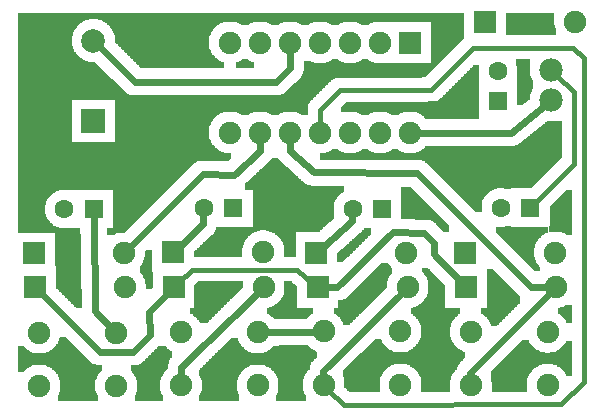
<source format=gbl>
G04 MADE WITH FRITZING*
G04 WWW.FRITZING.ORG*
G04 DOUBLE SIDED*
G04 HOLES PLATED*
G04 CONTOUR ON CENTER OF CONTOUR VECTOR*
%ASAXBY*%
%FSLAX23Y23*%
%MOIN*%
%OFA0B0*%
%SFA1.0B1.0*%
%ADD10C,0.075000*%
%ADD11C,0.062992*%
%ADD12C,0.078000*%
%ADD13C,0.078833*%
%ADD14R,0.075000X0.075000*%
%ADD15R,0.062992X0.062992*%
%ADD16R,0.078819X0.078847*%
%ADD17C,0.024000*%
%ADD18C,0.016000*%
%LNCOPPER0*%
G90*
G70*
G54D10*
X115Y1246D03*
X1516Y812D03*
X897Y780D03*
X678Y383D03*
X708Y107D03*
X1426Y147D03*
X247Y136D03*
X1346Y1238D03*
X1346Y938D03*
X1246Y1238D03*
X1246Y938D03*
X1146Y1238D03*
X1146Y938D03*
X1046Y1238D03*
X1046Y938D03*
X946Y1238D03*
X946Y938D03*
X846Y1238D03*
X846Y938D03*
X746Y1238D03*
X746Y938D03*
G54D11*
X1254Y684D03*
X1156Y684D03*
X758Y685D03*
X659Y685D03*
X292Y682D03*
X194Y682D03*
X1748Y687D03*
X1649Y687D03*
G54D10*
X839Y95D03*
X583Y95D03*
X839Y272D03*
X583Y272D03*
X1315Y97D03*
X1059Y97D03*
X1315Y275D03*
X1059Y275D03*
X1806Y97D03*
X1550Y97D03*
X1806Y274D03*
X1550Y274D03*
X367Y94D03*
X111Y94D03*
X367Y271D03*
X111Y271D03*
X1530Y538D03*
X1830Y538D03*
X1035Y537D03*
X1335Y537D03*
X558Y541D03*
X858Y541D03*
X1532Y423D03*
X1832Y423D03*
X1039Y423D03*
X1339Y423D03*
X559Y423D03*
X859Y423D03*
X96Y424D03*
X396Y424D03*
X92Y535D03*
X392Y535D03*
G54D12*
X1818Y1046D03*
X1818Y1146D03*
G54D11*
X1639Y1044D03*
X1639Y1142D03*
G54D10*
X1598Y1307D03*
X1898Y1307D03*
G54D13*
X291Y976D03*
X291Y1244D03*
G54D14*
X1346Y1238D03*
G54D15*
X1254Y684D03*
X758Y685D03*
X292Y682D03*
X1748Y687D03*
G54D14*
X1530Y538D03*
X1035Y537D03*
X558Y541D03*
X1532Y423D03*
X1039Y423D03*
X559Y423D03*
X96Y424D03*
X92Y535D03*
G54D15*
X1639Y1044D03*
G54D14*
X1598Y1307D03*
G54D16*
X291Y976D03*
G54D17*
X846Y910D02*
X846Y876D01*
D02*
X761Y798D02*
X656Y799D01*
D02*
X846Y876D02*
X761Y798D01*
D02*
X656Y799D02*
X412Y555D01*
D02*
X946Y878D02*
X1026Y805D01*
D02*
X946Y910D02*
X946Y878D01*
D02*
X1026Y805D02*
X1369Y802D01*
D02*
X1369Y802D02*
X1750Y422D01*
D02*
X1750Y422D02*
X1804Y422D01*
D02*
X868Y272D02*
X1030Y274D01*
D02*
X1812Y403D02*
X1548Y138D01*
D02*
X1548Y138D02*
X1548Y125D01*
D02*
X839Y403D02*
X585Y155D01*
D02*
X585Y155D02*
X584Y123D01*
D02*
X1794Y1027D02*
X1683Y938D01*
D02*
X1683Y938D02*
X1375Y938D01*
D02*
X116Y404D02*
X313Y208D01*
D02*
X424Y207D02*
X479Y262D01*
D02*
X313Y208D02*
X424Y207D01*
D02*
X479Y262D02*
X477Y340D01*
D02*
X477Y340D02*
X539Y402D01*
G54D18*
D02*
X1021Y438D02*
X971Y481D01*
D02*
X971Y481D02*
X620Y481D01*
D02*
X620Y481D02*
X576Y439D01*
G54D17*
D02*
X1512Y444D02*
X1427Y532D01*
D02*
X1427Y570D02*
X1395Y604D01*
D02*
X1427Y532D02*
X1427Y570D01*
D02*
X1395Y604D02*
X1289Y605D01*
D02*
X1105Y423D02*
X1067Y423D01*
D02*
X1289Y605D02*
X1105Y423D01*
D02*
X1057Y144D02*
X1058Y126D01*
D02*
X1319Y403D02*
X1057Y144D01*
G54D18*
D02*
X1114Y1080D02*
X1417Y1081D01*
D02*
X1046Y1012D02*
X1114Y1080D01*
D02*
X1417Y1081D02*
X1557Y1221D01*
D02*
X1557Y1221D02*
X1890Y1221D01*
D02*
X1927Y1186D02*
X1927Y108D01*
D02*
X1927Y108D02*
X1851Y32D01*
D02*
X1890Y1221D02*
X1927Y1186D01*
D02*
X1851Y32D02*
X1126Y31D01*
D02*
X1126Y31D02*
X1075Y81D01*
D02*
X1046Y961D02*
X1046Y1012D01*
G54D17*
D02*
X296Y342D02*
X347Y291D01*
D02*
X292Y656D02*
X296Y342D01*
D02*
X1155Y644D02*
X1056Y556D01*
D02*
X1155Y657D02*
X1155Y644D01*
G54D18*
D02*
X1835Y1129D02*
X1894Y1072D01*
D02*
X1894Y1072D02*
X1894Y834D01*
D02*
X1894Y834D02*
X1763Y702D01*
G54D17*
D02*
X312Y1223D02*
X429Y1107D01*
D02*
X900Y1107D02*
X947Y1153D01*
D02*
X429Y1107D02*
X900Y1107D01*
D02*
X947Y1153D02*
X947Y1210D01*
D02*
X657Y633D02*
X579Y561D01*
D02*
X658Y658D02*
X657Y633D01*
G36*
X1668Y1336D02*
X1668Y1262D01*
X1834Y1262D01*
X1834Y1282D01*
X1832Y1282D01*
X1832Y1286D01*
X1830Y1286D01*
X1830Y1296D01*
X1828Y1296D01*
X1828Y1336D01*
X1668Y1336D01*
G37*
D02*
G36*
X786Y1182D02*
X786Y1180D01*
X784Y1180D01*
X784Y1178D01*
X780Y1178D01*
X780Y1176D01*
X776Y1176D01*
X776Y1174D01*
X772Y1174D01*
X772Y1172D01*
X766Y1172D01*
X766Y1152D01*
X826Y1152D01*
X826Y1172D01*
X820Y1172D01*
X820Y1174D01*
X816Y1174D01*
X816Y1176D01*
X812Y1176D01*
X812Y1178D01*
X810Y1178D01*
X810Y1180D01*
X806Y1180D01*
X806Y1182D01*
X786Y1182D01*
G37*
D02*
G36*
X1700Y1182D02*
X1700Y1160D01*
X1702Y1160D01*
X1702Y1030D01*
X1724Y1030D01*
X1724Y1032D01*
X1726Y1032D01*
X1726Y1034D01*
X1728Y1034D01*
X1728Y1036D01*
X1730Y1036D01*
X1730Y1038D01*
X1734Y1038D01*
X1734Y1040D01*
X1736Y1040D01*
X1736Y1042D01*
X1738Y1042D01*
X1738Y1044D01*
X1740Y1044D01*
X1740Y1046D01*
X1744Y1046D01*
X1744Y1048D01*
X1746Y1048D01*
X1746Y1058D01*
X1748Y1058D01*
X1748Y1068D01*
X1750Y1068D01*
X1750Y1074D01*
X1752Y1074D01*
X1752Y1078D01*
X1754Y1078D01*
X1754Y1082D01*
X1756Y1082D01*
X1756Y1084D01*
X1758Y1084D01*
X1758Y1108D01*
X1756Y1108D01*
X1756Y1112D01*
X1754Y1112D01*
X1754Y1116D01*
X1752Y1116D01*
X1752Y1120D01*
X1750Y1120D01*
X1750Y1126D01*
X1748Y1126D01*
X1748Y1134D01*
X1746Y1134D01*
X1746Y1158D01*
X1748Y1158D01*
X1748Y1182D01*
X1700Y1182D01*
G37*
D02*
G36*
X40Y1336D02*
X40Y1316D01*
X308Y1316D01*
X308Y1314D01*
X314Y1314D01*
X314Y1312D01*
X320Y1312D01*
X320Y1310D01*
X324Y1310D01*
X324Y1308D01*
X1416Y1308D01*
X1416Y1170D01*
X1446Y1170D01*
X1446Y1172D01*
X1448Y1172D01*
X1448Y1174D01*
X1450Y1174D01*
X1450Y1176D01*
X1452Y1176D01*
X1452Y1178D01*
X1454Y1178D01*
X1454Y1180D01*
X1456Y1180D01*
X1456Y1182D01*
X1458Y1182D01*
X1458Y1184D01*
X1460Y1184D01*
X1460Y1186D01*
X1462Y1186D01*
X1462Y1188D01*
X1464Y1188D01*
X1464Y1190D01*
X1466Y1190D01*
X1466Y1192D01*
X1468Y1192D01*
X1468Y1194D01*
X1470Y1194D01*
X1470Y1196D01*
X1472Y1196D01*
X1472Y1198D01*
X1474Y1198D01*
X1474Y1200D01*
X1476Y1200D01*
X1476Y1202D01*
X1478Y1202D01*
X1478Y1204D01*
X1480Y1204D01*
X1480Y1206D01*
X1482Y1206D01*
X1482Y1208D01*
X1484Y1208D01*
X1484Y1210D01*
X1486Y1210D01*
X1486Y1212D01*
X1488Y1212D01*
X1488Y1214D01*
X1490Y1214D01*
X1490Y1216D01*
X1492Y1216D01*
X1492Y1218D01*
X1494Y1218D01*
X1494Y1220D01*
X1496Y1220D01*
X1496Y1222D01*
X1498Y1222D01*
X1498Y1224D01*
X1500Y1224D01*
X1500Y1226D01*
X1502Y1226D01*
X1502Y1228D01*
X1504Y1228D01*
X1504Y1230D01*
X1506Y1230D01*
X1506Y1232D01*
X1508Y1232D01*
X1508Y1234D01*
X1510Y1234D01*
X1510Y1236D01*
X1512Y1236D01*
X1512Y1238D01*
X1514Y1238D01*
X1514Y1240D01*
X1516Y1240D01*
X1516Y1242D01*
X1518Y1242D01*
X1518Y1244D01*
X1520Y1244D01*
X1520Y1246D01*
X1522Y1246D01*
X1522Y1248D01*
X1524Y1248D01*
X1524Y1250D01*
X1526Y1250D01*
X1526Y1252D01*
X1528Y1252D01*
X1528Y1336D01*
X40Y1336D01*
G37*
D02*
G36*
X40Y1316D02*
X40Y1064D01*
X410Y1064D01*
X410Y1066D01*
X406Y1066D01*
X406Y1068D01*
X402Y1068D01*
X402Y1070D01*
X400Y1070D01*
X400Y1072D01*
X398Y1072D01*
X398Y1074D01*
X396Y1074D01*
X396Y1076D01*
X394Y1076D01*
X394Y1078D01*
X392Y1078D01*
X392Y1080D01*
X390Y1080D01*
X390Y1082D01*
X388Y1082D01*
X388Y1084D01*
X386Y1084D01*
X386Y1086D01*
X384Y1086D01*
X384Y1088D01*
X382Y1088D01*
X382Y1090D01*
X380Y1090D01*
X380Y1092D01*
X378Y1092D01*
X378Y1094D01*
X376Y1094D01*
X376Y1096D01*
X374Y1096D01*
X374Y1098D01*
X372Y1098D01*
X372Y1100D01*
X370Y1100D01*
X370Y1102D01*
X368Y1102D01*
X368Y1104D01*
X366Y1104D01*
X366Y1106D01*
X364Y1106D01*
X364Y1108D01*
X362Y1108D01*
X362Y1110D01*
X360Y1110D01*
X360Y1112D01*
X358Y1112D01*
X358Y1114D01*
X356Y1114D01*
X356Y1116D01*
X352Y1116D01*
X352Y1118D01*
X350Y1118D01*
X350Y1120D01*
X348Y1120D01*
X348Y1122D01*
X346Y1122D01*
X346Y1124D01*
X344Y1124D01*
X344Y1126D01*
X342Y1126D01*
X342Y1128D01*
X340Y1128D01*
X340Y1130D01*
X338Y1130D01*
X338Y1132D01*
X336Y1132D01*
X336Y1134D01*
X334Y1134D01*
X334Y1136D01*
X332Y1136D01*
X332Y1138D01*
X330Y1138D01*
X330Y1140D01*
X328Y1140D01*
X328Y1142D01*
X326Y1142D01*
X326Y1144D01*
X324Y1144D01*
X324Y1146D01*
X322Y1146D01*
X322Y1148D01*
X320Y1148D01*
X320Y1150D01*
X318Y1150D01*
X318Y1152D01*
X316Y1152D01*
X316Y1154D01*
X314Y1154D01*
X314Y1156D01*
X312Y1156D01*
X312Y1158D01*
X310Y1158D01*
X310Y1160D01*
X308Y1160D01*
X308Y1162D01*
X306Y1162D01*
X306Y1164D01*
X304Y1164D01*
X304Y1166D01*
X302Y1166D01*
X302Y1168D01*
X300Y1168D01*
X300Y1170D01*
X298Y1170D01*
X298Y1172D01*
X296Y1172D01*
X296Y1174D01*
X272Y1174D01*
X272Y1176D01*
X266Y1176D01*
X266Y1178D01*
X262Y1178D01*
X262Y1180D01*
X258Y1180D01*
X258Y1182D01*
X254Y1182D01*
X254Y1184D01*
X252Y1184D01*
X252Y1186D01*
X248Y1186D01*
X248Y1188D01*
X246Y1188D01*
X246Y1190D01*
X244Y1190D01*
X244Y1192D01*
X242Y1192D01*
X242Y1194D01*
X240Y1194D01*
X240Y1196D01*
X238Y1196D01*
X238Y1198D01*
X236Y1198D01*
X236Y1200D01*
X234Y1200D01*
X234Y1202D01*
X232Y1202D01*
X232Y1206D01*
X230Y1206D01*
X230Y1208D01*
X228Y1208D01*
X228Y1212D01*
X226Y1212D01*
X226Y1216D01*
X224Y1216D01*
X224Y1222D01*
X222Y1222D01*
X222Y1228D01*
X220Y1228D01*
X220Y1260D01*
X222Y1260D01*
X222Y1268D01*
X224Y1268D01*
X224Y1272D01*
X226Y1272D01*
X226Y1278D01*
X228Y1278D01*
X228Y1280D01*
X230Y1280D01*
X230Y1284D01*
X232Y1284D01*
X232Y1286D01*
X234Y1286D01*
X234Y1288D01*
X236Y1288D01*
X236Y1292D01*
X238Y1292D01*
X238Y1294D01*
X240Y1294D01*
X240Y1296D01*
X242Y1296D01*
X242Y1298D01*
X244Y1298D01*
X244Y1300D01*
X248Y1300D01*
X248Y1302D01*
X250Y1302D01*
X250Y1304D01*
X252Y1304D01*
X252Y1306D01*
X256Y1306D01*
X256Y1308D01*
X258Y1308D01*
X258Y1310D01*
X262Y1310D01*
X262Y1312D01*
X268Y1312D01*
X268Y1314D01*
X276Y1314D01*
X276Y1316D01*
X40Y1316D01*
G37*
D02*
G36*
X328Y1308D02*
X328Y1306D01*
X330Y1306D01*
X330Y1304D01*
X334Y1304D01*
X334Y1302D01*
X336Y1302D01*
X336Y1300D01*
X338Y1300D01*
X338Y1298D01*
X340Y1298D01*
X340Y1296D01*
X342Y1296D01*
X342Y1294D01*
X344Y1294D01*
X344Y1292D01*
X346Y1292D01*
X346Y1290D01*
X348Y1290D01*
X348Y1288D01*
X350Y1288D01*
X350Y1284D01*
X352Y1284D01*
X352Y1282D01*
X354Y1282D01*
X354Y1278D01*
X356Y1278D01*
X356Y1274D01*
X358Y1274D01*
X358Y1270D01*
X360Y1270D01*
X360Y1264D01*
X362Y1264D01*
X362Y1240D01*
X364Y1240D01*
X364Y1238D01*
X366Y1238D01*
X366Y1236D01*
X368Y1236D01*
X368Y1234D01*
X370Y1234D01*
X370Y1232D01*
X372Y1232D01*
X372Y1230D01*
X374Y1230D01*
X374Y1228D01*
X376Y1228D01*
X376Y1226D01*
X378Y1226D01*
X378Y1224D01*
X380Y1224D01*
X380Y1222D01*
X382Y1222D01*
X382Y1220D01*
X384Y1220D01*
X384Y1218D01*
X386Y1218D01*
X386Y1216D01*
X388Y1216D01*
X388Y1214D01*
X390Y1214D01*
X390Y1212D01*
X392Y1212D01*
X392Y1210D01*
X394Y1210D01*
X394Y1208D01*
X396Y1208D01*
X396Y1206D01*
X398Y1206D01*
X398Y1204D01*
X400Y1204D01*
X400Y1202D01*
X402Y1202D01*
X402Y1200D01*
X404Y1200D01*
X404Y1198D01*
X406Y1198D01*
X406Y1196D01*
X408Y1196D01*
X408Y1194D01*
X410Y1194D01*
X410Y1192D01*
X412Y1192D01*
X412Y1190D01*
X414Y1190D01*
X414Y1188D01*
X416Y1188D01*
X416Y1186D01*
X418Y1186D01*
X418Y1184D01*
X420Y1184D01*
X420Y1182D01*
X422Y1182D01*
X422Y1180D01*
X424Y1180D01*
X424Y1178D01*
X426Y1178D01*
X426Y1176D01*
X428Y1176D01*
X428Y1174D01*
X430Y1174D01*
X430Y1172D01*
X432Y1172D01*
X432Y1170D01*
X434Y1170D01*
X434Y1168D01*
X436Y1168D01*
X436Y1166D01*
X438Y1166D01*
X438Y1164D01*
X440Y1164D01*
X440Y1162D01*
X442Y1162D01*
X442Y1160D01*
X444Y1160D01*
X444Y1158D01*
X446Y1158D01*
X446Y1156D01*
X448Y1156D01*
X448Y1154D01*
X450Y1154D01*
X450Y1152D01*
X726Y1152D01*
X726Y1172D01*
X720Y1172D01*
X720Y1174D01*
X716Y1174D01*
X716Y1176D01*
X712Y1176D01*
X712Y1178D01*
X710Y1178D01*
X710Y1180D01*
X706Y1180D01*
X706Y1182D01*
X704Y1182D01*
X704Y1184D01*
X702Y1184D01*
X702Y1186D01*
X700Y1186D01*
X700Y1188D01*
X698Y1188D01*
X698Y1190D01*
X696Y1190D01*
X696Y1192D01*
X694Y1192D01*
X694Y1194D01*
X692Y1194D01*
X692Y1196D01*
X690Y1196D01*
X690Y1198D01*
X688Y1198D01*
X688Y1202D01*
X686Y1202D01*
X686Y1204D01*
X684Y1204D01*
X684Y1208D01*
X682Y1208D01*
X682Y1212D01*
X680Y1212D01*
X680Y1218D01*
X678Y1218D01*
X678Y1228D01*
X676Y1228D01*
X676Y1250D01*
X678Y1250D01*
X678Y1260D01*
X680Y1260D01*
X680Y1264D01*
X682Y1264D01*
X682Y1270D01*
X684Y1270D01*
X684Y1272D01*
X686Y1272D01*
X686Y1276D01*
X688Y1276D01*
X688Y1278D01*
X690Y1278D01*
X690Y1282D01*
X692Y1282D01*
X692Y1284D01*
X694Y1284D01*
X694Y1286D01*
X696Y1286D01*
X696Y1288D01*
X698Y1288D01*
X698Y1290D01*
X700Y1290D01*
X700Y1292D01*
X702Y1292D01*
X702Y1294D01*
X704Y1294D01*
X704Y1296D01*
X708Y1296D01*
X708Y1298D01*
X710Y1298D01*
X710Y1300D01*
X714Y1300D01*
X714Y1302D01*
X718Y1302D01*
X718Y1304D01*
X722Y1304D01*
X722Y1306D01*
X730Y1306D01*
X730Y1308D01*
X328Y1308D01*
G37*
D02*
G36*
X762Y1308D02*
X762Y1306D01*
X770Y1306D01*
X770Y1304D01*
X774Y1304D01*
X774Y1302D01*
X778Y1302D01*
X778Y1300D01*
X782Y1300D01*
X782Y1298D01*
X784Y1298D01*
X784Y1296D01*
X808Y1296D01*
X808Y1298D01*
X810Y1298D01*
X810Y1300D01*
X814Y1300D01*
X814Y1302D01*
X818Y1302D01*
X818Y1304D01*
X822Y1304D01*
X822Y1306D01*
X830Y1306D01*
X830Y1308D01*
X762Y1308D01*
G37*
D02*
G36*
X862Y1308D02*
X862Y1306D01*
X870Y1306D01*
X870Y1304D01*
X874Y1304D01*
X874Y1302D01*
X878Y1302D01*
X878Y1300D01*
X882Y1300D01*
X882Y1298D01*
X884Y1298D01*
X884Y1296D01*
X908Y1296D01*
X908Y1298D01*
X910Y1298D01*
X910Y1300D01*
X914Y1300D01*
X914Y1302D01*
X918Y1302D01*
X918Y1304D01*
X922Y1304D01*
X922Y1306D01*
X930Y1306D01*
X930Y1308D01*
X862Y1308D01*
G37*
D02*
G36*
X962Y1308D02*
X962Y1306D01*
X970Y1306D01*
X970Y1304D01*
X974Y1304D01*
X974Y1302D01*
X978Y1302D01*
X978Y1300D01*
X982Y1300D01*
X982Y1298D01*
X984Y1298D01*
X984Y1296D01*
X1008Y1296D01*
X1008Y1298D01*
X1010Y1298D01*
X1010Y1300D01*
X1014Y1300D01*
X1014Y1302D01*
X1018Y1302D01*
X1018Y1304D01*
X1022Y1304D01*
X1022Y1306D01*
X1030Y1306D01*
X1030Y1308D01*
X962Y1308D01*
G37*
D02*
G36*
X1062Y1308D02*
X1062Y1306D01*
X1070Y1306D01*
X1070Y1304D01*
X1074Y1304D01*
X1074Y1302D01*
X1078Y1302D01*
X1078Y1300D01*
X1082Y1300D01*
X1082Y1298D01*
X1084Y1298D01*
X1084Y1296D01*
X1108Y1296D01*
X1108Y1298D01*
X1110Y1298D01*
X1110Y1300D01*
X1114Y1300D01*
X1114Y1302D01*
X1118Y1302D01*
X1118Y1304D01*
X1122Y1304D01*
X1122Y1306D01*
X1130Y1306D01*
X1130Y1308D01*
X1062Y1308D01*
G37*
D02*
G36*
X1162Y1308D02*
X1162Y1306D01*
X1170Y1306D01*
X1170Y1304D01*
X1174Y1304D01*
X1174Y1302D01*
X1178Y1302D01*
X1178Y1300D01*
X1182Y1300D01*
X1182Y1298D01*
X1184Y1298D01*
X1184Y1296D01*
X1208Y1296D01*
X1208Y1298D01*
X1210Y1298D01*
X1210Y1300D01*
X1214Y1300D01*
X1214Y1302D01*
X1218Y1302D01*
X1218Y1304D01*
X1222Y1304D01*
X1222Y1306D01*
X1230Y1306D01*
X1230Y1308D01*
X1162Y1308D01*
G37*
D02*
G36*
X1086Y1182D02*
X1086Y1180D01*
X1084Y1180D01*
X1084Y1178D01*
X1080Y1178D01*
X1080Y1176D01*
X1076Y1176D01*
X1076Y1174D01*
X1072Y1174D01*
X1072Y1172D01*
X1066Y1172D01*
X1066Y1170D01*
X1126Y1170D01*
X1126Y1172D01*
X1120Y1172D01*
X1120Y1174D01*
X1116Y1174D01*
X1116Y1176D01*
X1112Y1176D01*
X1112Y1178D01*
X1110Y1178D01*
X1110Y1180D01*
X1106Y1180D01*
X1106Y1182D01*
X1086Y1182D01*
G37*
D02*
G36*
X1186Y1182D02*
X1186Y1180D01*
X1184Y1180D01*
X1184Y1178D01*
X1180Y1178D01*
X1180Y1176D01*
X1176Y1176D01*
X1176Y1174D01*
X1172Y1174D01*
X1172Y1172D01*
X1166Y1172D01*
X1166Y1170D01*
X1226Y1170D01*
X1226Y1172D01*
X1220Y1172D01*
X1220Y1174D01*
X1216Y1174D01*
X1216Y1176D01*
X1212Y1176D01*
X1212Y1178D01*
X1210Y1178D01*
X1210Y1180D01*
X1206Y1180D01*
X1206Y1182D01*
X1186Y1182D01*
G37*
D02*
G36*
X992Y1178D02*
X992Y1170D01*
X1026Y1170D01*
X1026Y1172D01*
X1020Y1172D01*
X1020Y1174D01*
X1016Y1174D01*
X1016Y1176D01*
X1012Y1176D01*
X1012Y1178D01*
X992Y1178D01*
G37*
D02*
G36*
X992Y1170D02*
X992Y1168D01*
X1444Y1168D01*
X1444Y1170D01*
X992Y1170D01*
G37*
D02*
G36*
X992Y1170D02*
X992Y1168D01*
X1444Y1168D01*
X1444Y1170D01*
X992Y1170D01*
G37*
D02*
G36*
X992Y1170D02*
X992Y1168D01*
X1444Y1168D01*
X1444Y1170D01*
X992Y1170D01*
G37*
D02*
G36*
X992Y1170D02*
X992Y1168D01*
X1444Y1168D01*
X1444Y1170D01*
X992Y1170D01*
G37*
D02*
G36*
X992Y1168D02*
X992Y1142D01*
X990Y1142D01*
X990Y1134D01*
X988Y1134D01*
X988Y1128D01*
X986Y1128D01*
X986Y1126D01*
X984Y1126D01*
X984Y1122D01*
X982Y1122D01*
X982Y1120D01*
X980Y1120D01*
X980Y1118D01*
X978Y1118D01*
X978Y1116D01*
X976Y1116D01*
X976Y1114D01*
X974Y1114D01*
X974Y1112D01*
X972Y1112D01*
X972Y1110D01*
X970Y1110D01*
X970Y1108D01*
X968Y1108D01*
X968Y1106D01*
X966Y1106D01*
X966Y1104D01*
X964Y1104D01*
X964Y1102D01*
X960Y1102D01*
X960Y1100D01*
X958Y1100D01*
X958Y1098D01*
X956Y1098D01*
X956Y1096D01*
X954Y1096D01*
X954Y1094D01*
X952Y1094D01*
X952Y1092D01*
X950Y1092D01*
X950Y1090D01*
X948Y1090D01*
X948Y1088D01*
X946Y1088D01*
X946Y1086D01*
X944Y1086D01*
X944Y1084D01*
X942Y1084D01*
X942Y1082D01*
X940Y1082D01*
X940Y1080D01*
X938Y1080D01*
X938Y1078D01*
X936Y1078D01*
X936Y1076D01*
X934Y1076D01*
X934Y1074D01*
X932Y1074D01*
X932Y1072D01*
X930Y1072D01*
X930Y1070D01*
X926Y1070D01*
X926Y1068D01*
X924Y1068D01*
X924Y1066D01*
X918Y1066D01*
X918Y1064D01*
X1038Y1064D01*
X1038Y1066D01*
X1040Y1066D01*
X1040Y1068D01*
X1042Y1068D01*
X1042Y1070D01*
X1044Y1070D01*
X1044Y1072D01*
X1046Y1072D01*
X1046Y1074D01*
X1048Y1074D01*
X1048Y1076D01*
X1050Y1076D01*
X1050Y1078D01*
X1052Y1078D01*
X1052Y1080D01*
X1054Y1080D01*
X1054Y1082D01*
X1056Y1082D01*
X1056Y1084D01*
X1058Y1084D01*
X1058Y1086D01*
X1060Y1086D01*
X1060Y1088D01*
X1062Y1088D01*
X1062Y1090D01*
X1064Y1090D01*
X1064Y1092D01*
X1066Y1092D01*
X1066Y1094D01*
X1068Y1094D01*
X1068Y1096D01*
X1070Y1096D01*
X1070Y1098D01*
X1072Y1098D01*
X1072Y1100D01*
X1074Y1100D01*
X1074Y1102D01*
X1076Y1102D01*
X1076Y1104D01*
X1078Y1104D01*
X1078Y1106D01*
X1080Y1106D01*
X1080Y1108D01*
X1082Y1108D01*
X1082Y1110D01*
X1084Y1110D01*
X1084Y1112D01*
X1086Y1112D01*
X1086Y1114D01*
X1090Y1114D01*
X1090Y1116D01*
X1092Y1116D01*
X1092Y1118D01*
X1098Y1118D01*
X1098Y1120D01*
X1386Y1120D01*
X1386Y1122D01*
X1398Y1122D01*
X1398Y1124D01*
X1400Y1124D01*
X1400Y1126D01*
X1402Y1126D01*
X1402Y1128D01*
X1404Y1128D01*
X1404Y1130D01*
X1406Y1130D01*
X1406Y1132D01*
X1408Y1132D01*
X1408Y1134D01*
X1410Y1134D01*
X1410Y1136D01*
X1412Y1136D01*
X1412Y1138D01*
X1414Y1138D01*
X1414Y1140D01*
X1416Y1140D01*
X1416Y1142D01*
X1418Y1142D01*
X1418Y1144D01*
X1420Y1144D01*
X1420Y1146D01*
X1422Y1146D01*
X1422Y1148D01*
X1424Y1148D01*
X1424Y1150D01*
X1426Y1150D01*
X1426Y1152D01*
X1428Y1152D01*
X1428Y1154D01*
X1430Y1154D01*
X1430Y1156D01*
X1432Y1156D01*
X1432Y1158D01*
X1434Y1158D01*
X1434Y1160D01*
X1436Y1160D01*
X1436Y1162D01*
X1438Y1162D01*
X1438Y1164D01*
X1440Y1164D01*
X1440Y1166D01*
X1442Y1166D01*
X1442Y1168D01*
X992Y1168D01*
G37*
D02*
G36*
X40Y1064D02*
X40Y1062D01*
X1036Y1062D01*
X1036Y1064D01*
X40Y1064D01*
G37*
D02*
G36*
X40Y1064D02*
X40Y1062D01*
X1036Y1062D01*
X1036Y1064D01*
X40Y1064D01*
G37*
D02*
G36*
X40Y1062D02*
X40Y1048D01*
X362Y1048D01*
X362Y1008D01*
X962Y1008D01*
X962Y1006D01*
X970Y1006D01*
X970Y1004D01*
X974Y1004D01*
X974Y1002D01*
X978Y1002D01*
X978Y1000D01*
X982Y1000D01*
X982Y998D01*
X984Y998D01*
X984Y996D01*
X1006Y996D01*
X1006Y1028D01*
X1008Y1028D01*
X1008Y1034D01*
X1010Y1034D01*
X1010Y1036D01*
X1012Y1036D01*
X1012Y1040D01*
X1014Y1040D01*
X1014Y1042D01*
X1016Y1042D01*
X1016Y1044D01*
X1018Y1044D01*
X1018Y1046D01*
X1020Y1046D01*
X1020Y1048D01*
X1022Y1048D01*
X1022Y1050D01*
X1024Y1050D01*
X1024Y1052D01*
X1026Y1052D01*
X1026Y1054D01*
X1028Y1054D01*
X1028Y1056D01*
X1030Y1056D01*
X1030Y1058D01*
X1032Y1058D01*
X1032Y1060D01*
X1034Y1060D01*
X1034Y1062D01*
X40Y1062D01*
G37*
D02*
G36*
X40Y1048D02*
X40Y906D01*
X220Y906D01*
X220Y1048D01*
X40Y1048D01*
G37*
D02*
G36*
X362Y1008D02*
X362Y906D01*
X684Y906D01*
X684Y908D01*
X682Y908D01*
X682Y912D01*
X680Y912D01*
X680Y918D01*
X678Y918D01*
X678Y928D01*
X676Y928D01*
X676Y950D01*
X678Y950D01*
X678Y960D01*
X680Y960D01*
X680Y964D01*
X682Y964D01*
X682Y970D01*
X684Y970D01*
X684Y972D01*
X686Y972D01*
X686Y976D01*
X688Y976D01*
X688Y978D01*
X690Y978D01*
X690Y982D01*
X692Y982D01*
X692Y984D01*
X694Y984D01*
X694Y986D01*
X696Y986D01*
X696Y988D01*
X698Y988D01*
X698Y990D01*
X700Y990D01*
X700Y992D01*
X702Y992D01*
X702Y994D01*
X704Y994D01*
X704Y996D01*
X708Y996D01*
X708Y998D01*
X710Y998D01*
X710Y1000D01*
X714Y1000D01*
X714Y1002D01*
X718Y1002D01*
X718Y1004D01*
X722Y1004D01*
X722Y1006D01*
X730Y1006D01*
X730Y1008D01*
X362Y1008D01*
G37*
D02*
G36*
X762Y1008D02*
X762Y1006D01*
X770Y1006D01*
X770Y1004D01*
X774Y1004D01*
X774Y1002D01*
X778Y1002D01*
X778Y1000D01*
X782Y1000D01*
X782Y998D01*
X784Y998D01*
X784Y996D01*
X808Y996D01*
X808Y998D01*
X810Y998D01*
X810Y1000D01*
X814Y1000D01*
X814Y1002D01*
X818Y1002D01*
X818Y1004D01*
X822Y1004D01*
X822Y1006D01*
X830Y1006D01*
X830Y1008D01*
X762Y1008D01*
G37*
D02*
G36*
X862Y1008D02*
X862Y1006D01*
X870Y1006D01*
X870Y1004D01*
X874Y1004D01*
X874Y1002D01*
X878Y1002D01*
X878Y1000D01*
X882Y1000D01*
X882Y998D01*
X884Y998D01*
X884Y996D01*
X908Y996D01*
X908Y998D01*
X910Y998D01*
X910Y1000D01*
X914Y1000D01*
X914Y1002D01*
X918Y1002D01*
X918Y1004D01*
X922Y1004D01*
X922Y1006D01*
X930Y1006D01*
X930Y1008D01*
X862Y1008D01*
G37*
D02*
G36*
X40Y906D02*
X40Y904D01*
X684Y904D01*
X684Y906D01*
X40Y906D01*
G37*
D02*
G36*
X40Y906D02*
X40Y904D01*
X684Y904D01*
X684Y906D01*
X40Y906D01*
G37*
D02*
G36*
X40Y904D02*
X40Y844D01*
X664Y844D01*
X664Y842D01*
X740Y842D01*
X740Y844D01*
X742Y844D01*
X742Y846D01*
X746Y846D01*
X746Y848D01*
X748Y848D01*
X748Y850D01*
X750Y850D01*
X750Y870D01*
X726Y870D01*
X726Y872D01*
X720Y872D01*
X720Y874D01*
X716Y874D01*
X716Y876D01*
X712Y876D01*
X712Y878D01*
X710Y878D01*
X710Y880D01*
X706Y880D01*
X706Y882D01*
X704Y882D01*
X704Y884D01*
X702Y884D01*
X702Y886D01*
X700Y886D01*
X700Y888D01*
X698Y888D01*
X698Y890D01*
X696Y890D01*
X696Y892D01*
X694Y892D01*
X694Y894D01*
X692Y894D01*
X692Y896D01*
X690Y896D01*
X690Y898D01*
X688Y898D01*
X688Y902D01*
X686Y902D01*
X686Y904D01*
X40Y904D01*
G37*
D02*
G36*
X40Y844D02*
X40Y746D01*
X356Y746D01*
X356Y620D01*
X338Y620D01*
X338Y596D01*
X358Y596D01*
X358Y598D01*
X362Y598D01*
X362Y600D01*
X368Y600D01*
X368Y602D01*
X374Y602D01*
X374Y604D01*
X396Y604D01*
X396Y606D01*
X398Y606D01*
X398Y608D01*
X400Y608D01*
X400Y610D01*
X402Y610D01*
X402Y612D01*
X404Y612D01*
X404Y614D01*
X406Y614D01*
X406Y616D01*
X408Y616D01*
X408Y618D01*
X410Y618D01*
X410Y620D01*
X412Y620D01*
X412Y622D01*
X414Y622D01*
X414Y624D01*
X416Y624D01*
X416Y626D01*
X418Y626D01*
X418Y628D01*
X420Y628D01*
X420Y630D01*
X422Y630D01*
X422Y632D01*
X424Y632D01*
X424Y634D01*
X426Y634D01*
X426Y636D01*
X428Y636D01*
X428Y638D01*
X430Y638D01*
X430Y640D01*
X432Y640D01*
X432Y642D01*
X434Y642D01*
X434Y644D01*
X436Y644D01*
X436Y646D01*
X438Y646D01*
X438Y648D01*
X440Y648D01*
X440Y650D01*
X442Y650D01*
X442Y652D01*
X444Y652D01*
X444Y654D01*
X446Y654D01*
X446Y656D01*
X448Y656D01*
X448Y658D01*
X450Y658D01*
X450Y660D01*
X452Y660D01*
X452Y662D01*
X454Y662D01*
X454Y664D01*
X456Y664D01*
X456Y666D01*
X458Y666D01*
X458Y668D01*
X460Y668D01*
X460Y670D01*
X462Y670D01*
X462Y672D01*
X464Y672D01*
X464Y674D01*
X466Y674D01*
X466Y676D01*
X468Y676D01*
X468Y678D01*
X470Y678D01*
X470Y680D01*
X472Y680D01*
X472Y682D01*
X474Y682D01*
X474Y684D01*
X476Y684D01*
X476Y686D01*
X478Y686D01*
X478Y688D01*
X480Y688D01*
X480Y690D01*
X482Y690D01*
X482Y692D01*
X484Y692D01*
X484Y694D01*
X486Y694D01*
X486Y696D01*
X488Y696D01*
X488Y698D01*
X490Y698D01*
X490Y700D01*
X492Y700D01*
X492Y702D01*
X494Y702D01*
X494Y704D01*
X496Y704D01*
X496Y706D01*
X498Y706D01*
X498Y708D01*
X500Y708D01*
X500Y710D01*
X502Y710D01*
X502Y712D01*
X504Y712D01*
X504Y714D01*
X506Y714D01*
X506Y716D01*
X508Y716D01*
X508Y718D01*
X510Y718D01*
X510Y720D01*
X512Y720D01*
X512Y722D01*
X514Y722D01*
X514Y724D01*
X516Y724D01*
X516Y726D01*
X518Y726D01*
X518Y728D01*
X520Y728D01*
X520Y730D01*
X522Y730D01*
X522Y732D01*
X524Y732D01*
X524Y734D01*
X526Y734D01*
X526Y736D01*
X528Y736D01*
X528Y738D01*
X530Y738D01*
X530Y740D01*
X532Y740D01*
X532Y742D01*
X534Y742D01*
X534Y744D01*
X536Y744D01*
X536Y746D01*
X538Y746D01*
X538Y748D01*
X540Y748D01*
X540Y750D01*
X542Y750D01*
X542Y752D01*
X544Y752D01*
X544Y754D01*
X546Y754D01*
X546Y756D01*
X548Y756D01*
X548Y758D01*
X550Y758D01*
X550Y760D01*
X552Y760D01*
X552Y762D01*
X554Y762D01*
X554Y764D01*
X556Y764D01*
X556Y766D01*
X558Y766D01*
X558Y768D01*
X560Y768D01*
X560Y770D01*
X562Y770D01*
X562Y772D01*
X564Y772D01*
X564Y774D01*
X566Y774D01*
X566Y776D01*
X568Y776D01*
X568Y778D01*
X570Y778D01*
X570Y780D01*
X572Y780D01*
X572Y782D01*
X574Y782D01*
X574Y784D01*
X576Y784D01*
X576Y786D01*
X578Y786D01*
X578Y788D01*
X580Y788D01*
X580Y790D01*
X582Y790D01*
X582Y792D01*
X584Y792D01*
X584Y794D01*
X586Y794D01*
X586Y796D01*
X588Y796D01*
X588Y798D01*
X590Y798D01*
X590Y800D01*
X592Y800D01*
X592Y802D01*
X594Y802D01*
X594Y804D01*
X596Y804D01*
X596Y806D01*
X598Y806D01*
X598Y808D01*
X600Y808D01*
X600Y810D01*
X602Y810D01*
X602Y812D01*
X604Y812D01*
X604Y814D01*
X606Y814D01*
X606Y816D01*
X608Y816D01*
X608Y818D01*
X610Y818D01*
X610Y820D01*
X612Y820D01*
X612Y822D01*
X614Y822D01*
X614Y824D01*
X616Y824D01*
X616Y826D01*
X618Y826D01*
X618Y828D01*
X620Y828D01*
X620Y830D01*
X622Y830D01*
X622Y832D01*
X624Y832D01*
X624Y834D01*
X626Y834D01*
X626Y836D01*
X628Y836D01*
X628Y838D01*
X632Y838D01*
X632Y840D01*
X636Y840D01*
X636Y842D01*
X648Y842D01*
X648Y844D01*
X40Y844D01*
G37*
D02*
G36*
X40Y746D02*
X40Y604D01*
X162Y604D01*
X162Y494D01*
X164Y494D01*
X164Y492D01*
X166Y492D01*
X166Y420D01*
X168Y420D01*
X168Y418D01*
X170Y418D01*
X170Y416D01*
X172Y416D01*
X172Y414D01*
X174Y414D01*
X174Y412D01*
X176Y412D01*
X176Y410D01*
X178Y410D01*
X178Y408D01*
X180Y408D01*
X180Y406D01*
X182Y406D01*
X182Y404D01*
X184Y404D01*
X184Y402D01*
X186Y402D01*
X186Y400D01*
X188Y400D01*
X188Y398D01*
X190Y398D01*
X190Y396D01*
X192Y396D01*
X192Y394D01*
X194Y394D01*
X194Y392D01*
X196Y392D01*
X196Y390D01*
X198Y390D01*
X198Y388D01*
X200Y388D01*
X200Y386D01*
X202Y386D01*
X202Y384D01*
X204Y384D01*
X204Y382D01*
X206Y382D01*
X206Y380D01*
X208Y380D01*
X208Y378D01*
X210Y378D01*
X210Y376D01*
X212Y376D01*
X212Y374D01*
X214Y374D01*
X214Y372D01*
X216Y372D01*
X216Y370D01*
X218Y370D01*
X218Y368D01*
X220Y368D01*
X220Y366D01*
X222Y366D01*
X222Y364D01*
X224Y364D01*
X224Y362D01*
X226Y362D01*
X226Y360D01*
X228Y360D01*
X228Y358D01*
X230Y358D01*
X230Y356D01*
X232Y356D01*
X232Y354D01*
X252Y354D01*
X252Y416D01*
X250Y416D01*
X250Y600D01*
X248Y600D01*
X248Y620D01*
X176Y620D01*
X176Y622D01*
X170Y622D01*
X170Y624D01*
X166Y624D01*
X166Y626D01*
X162Y626D01*
X162Y628D01*
X158Y628D01*
X158Y630D01*
X156Y630D01*
X156Y632D01*
X154Y632D01*
X154Y634D01*
X152Y634D01*
X152Y636D01*
X150Y636D01*
X150Y638D01*
X148Y638D01*
X148Y640D01*
X146Y640D01*
X146Y642D01*
X144Y642D01*
X144Y644D01*
X142Y644D01*
X142Y646D01*
X140Y646D01*
X140Y650D01*
X138Y650D01*
X138Y652D01*
X136Y652D01*
X136Y656D01*
X134Y656D01*
X134Y662D01*
X132Y662D01*
X132Y668D01*
X130Y668D01*
X130Y698D01*
X132Y698D01*
X132Y704D01*
X134Y704D01*
X134Y710D01*
X136Y710D01*
X136Y714D01*
X138Y714D01*
X138Y716D01*
X140Y716D01*
X140Y720D01*
X142Y720D01*
X142Y722D01*
X144Y722D01*
X144Y724D01*
X146Y724D01*
X146Y726D01*
X148Y726D01*
X148Y728D01*
X150Y728D01*
X150Y730D01*
X152Y730D01*
X152Y732D01*
X154Y732D01*
X154Y734D01*
X156Y734D01*
X156Y736D01*
X160Y736D01*
X160Y738D01*
X162Y738D01*
X162Y740D01*
X166Y740D01*
X166Y742D01*
X170Y742D01*
X170Y744D01*
X176Y744D01*
X176Y746D01*
X40Y746D01*
G37*
D02*
G36*
X1558Y1162D02*
X1558Y1160D01*
X1556Y1160D01*
X1556Y1158D01*
X1554Y1158D01*
X1554Y1156D01*
X1552Y1156D01*
X1552Y1154D01*
X1550Y1154D01*
X1550Y1152D01*
X1548Y1152D01*
X1548Y1150D01*
X1546Y1150D01*
X1546Y1148D01*
X1544Y1148D01*
X1544Y1146D01*
X1542Y1146D01*
X1542Y1144D01*
X1540Y1144D01*
X1540Y1142D01*
X1538Y1142D01*
X1538Y1140D01*
X1536Y1140D01*
X1536Y1138D01*
X1534Y1138D01*
X1534Y1136D01*
X1532Y1136D01*
X1532Y1134D01*
X1530Y1134D01*
X1530Y1132D01*
X1528Y1132D01*
X1528Y1130D01*
X1526Y1130D01*
X1526Y1128D01*
X1524Y1128D01*
X1524Y1126D01*
X1522Y1126D01*
X1522Y1124D01*
X1520Y1124D01*
X1520Y1122D01*
X1518Y1122D01*
X1518Y1120D01*
X1516Y1120D01*
X1516Y1118D01*
X1514Y1118D01*
X1514Y1116D01*
X1512Y1116D01*
X1512Y1114D01*
X1510Y1114D01*
X1510Y1112D01*
X1508Y1112D01*
X1508Y1110D01*
X1506Y1110D01*
X1506Y1108D01*
X1504Y1108D01*
X1504Y1106D01*
X1502Y1106D01*
X1502Y1104D01*
X1500Y1104D01*
X1500Y1102D01*
X1498Y1102D01*
X1498Y1100D01*
X1496Y1100D01*
X1496Y1098D01*
X1494Y1098D01*
X1494Y1096D01*
X1492Y1096D01*
X1492Y1094D01*
X1490Y1094D01*
X1490Y1092D01*
X1488Y1092D01*
X1488Y1090D01*
X1486Y1090D01*
X1486Y1088D01*
X1484Y1088D01*
X1484Y1086D01*
X1482Y1086D01*
X1482Y1084D01*
X1480Y1084D01*
X1480Y1082D01*
X1478Y1082D01*
X1478Y1080D01*
X1476Y1080D01*
X1476Y1078D01*
X1474Y1078D01*
X1474Y1076D01*
X1472Y1076D01*
X1472Y1074D01*
X1470Y1074D01*
X1470Y1072D01*
X1468Y1072D01*
X1468Y1070D01*
X1466Y1070D01*
X1466Y1068D01*
X1464Y1068D01*
X1464Y1066D01*
X1462Y1066D01*
X1462Y1064D01*
X1460Y1064D01*
X1460Y1062D01*
X1458Y1062D01*
X1458Y1060D01*
X1456Y1060D01*
X1456Y1058D01*
X1454Y1058D01*
X1454Y1056D01*
X1452Y1056D01*
X1452Y1054D01*
X1450Y1054D01*
X1450Y1052D01*
X1448Y1052D01*
X1448Y1050D01*
X1444Y1050D01*
X1444Y1048D01*
X1442Y1048D01*
X1442Y1046D01*
X1440Y1046D01*
X1440Y1044D01*
X1434Y1044D01*
X1434Y1042D01*
X1406Y1042D01*
X1406Y1040D01*
X1134Y1040D01*
X1134Y1038D01*
X1132Y1038D01*
X1132Y1036D01*
X1130Y1036D01*
X1130Y1034D01*
X1128Y1034D01*
X1128Y1032D01*
X1126Y1032D01*
X1126Y1030D01*
X1124Y1030D01*
X1124Y1028D01*
X1122Y1028D01*
X1122Y1026D01*
X1120Y1026D01*
X1120Y1024D01*
X1118Y1024D01*
X1118Y1022D01*
X1116Y1022D01*
X1116Y1008D01*
X1362Y1008D01*
X1362Y1006D01*
X1370Y1006D01*
X1370Y1004D01*
X1374Y1004D01*
X1374Y1002D01*
X1378Y1002D01*
X1378Y1000D01*
X1382Y1000D01*
X1382Y998D01*
X1384Y998D01*
X1384Y996D01*
X1388Y996D01*
X1388Y994D01*
X1390Y994D01*
X1390Y992D01*
X1392Y992D01*
X1392Y990D01*
X1394Y990D01*
X1394Y988D01*
X1396Y988D01*
X1396Y986D01*
X1398Y986D01*
X1398Y984D01*
X1400Y984D01*
X1400Y982D01*
X1576Y982D01*
X1576Y1160D01*
X1578Y1160D01*
X1578Y1162D01*
X1558Y1162D01*
G37*
D02*
G36*
X1162Y1008D02*
X1162Y1006D01*
X1170Y1006D01*
X1170Y1004D01*
X1174Y1004D01*
X1174Y1002D01*
X1178Y1002D01*
X1178Y1000D01*
X1182Y1000D01*
X1182Y998D01*
X1184Y998D01*
X1184Y996D01*
X1208Y996D01*
X1208Y998D01*
X1210Y998D01*
X1210Y1000D01*
X1214Y1000D01*
X1214Y1002D01*
X1218Y1002D01*
X1218Y1004D01*
X1222Y1004D01*
X1222Y1006D01*
X1230Y1006D01*
X1230Y1008D01*
X1162Y1008D01*
G37*
D02*
G36*
X1262Y1008D02*
X1262Y1006D01*
X1270Y1006D01*
X1270Y1004D01*
X1274Y1004D01*
X1274Y1002D01*
X1278Y1002D01*
X1278Y1000D01*
X1282Y1000D01*
X1282Y998D01*
X1284Y998D01*
X1284Y996D01*
X1308Y996D01*
X1308Y998D01*
X1310Y998D01*
X1310Y1000D01*
X1314Y1000D01*
X1314Y1002D01*
X1318Y1002D01*
X1318Y1004D01*
X1322Y1004D01*
X1322Y1006D01*
X1330Y1006D01*
X1330Y1008D01*
X1262Y1008D01*
G37*
D02*
G36*
X1804Y976D02*
X1804Y974D01*
X1800Y974D01*
X1800Y972D01*
X1798Y972D01*
X1798Y970D01*
X1796Y970D01*
X1796Y968D01*
X1794Y968D01*
X1794Y966D01*
X1790Y966D01*
X1790Y964D01*
X1788Y964D01*
X1788Y962D01*
X1786Y962D01*
X1786Y960D01*
X1784Y960D01*
X1784Y958D01*
X1780Y958D01*
X1780Y956D01*
X1778Y956D01*
X1778Y954D01*
X1776Y954D01*
X1776Y952D01*
X1774Y952D01*
X1774Y950D01*
X1770Y950D01*
X1770Y948D01*
X1768Y948D01*
X1768Y946D01*
X1766Y946D01*
X1766Y944D01*
X1764Y944D01*
X1764Y942D01*
X1760Y942D01*
X1760Y940D01*
X1758Y940D01*
X1758Y938D01*
X1756Y938D01*
X1756Y936D01*
X1754Y936D01*
X1754Y934D01*
X1750Y934D01*
X1750Y932D01*
X1748Y932D01*
X1748Y930D01*
X1746Y930D01*
X1746Y928D01*
X1744Y928D01*
X1744Y926D01*
X1740Y926D01*
X1740Y924D01*
X1738Y924D01*
X1738Y922D01*
X1736Y922D01*
X1736Y920D01*
X1734Y920D01*
X1734Y918D01*
X1730Y918D01*
X1730Y916D01*
X1728Y916D01*
X1728Y914D01*
X1726Y914D01*
X1726Y912D01*
X1724Y912D01*
X1724Y910D01*
X1720Y910D01*
X1720Y908D01*
X1718Y908D01*
X1718Y906D01*
X1716Y906D01*
X1716Y904D01*
X1714Y904D01*
X1714Y902D01*
X1710Y902D01*
X1710Y900D01*
X1708Y900D01*
X1708Y898D01*
X1704Y898D01*
X1704Y896D01*
X1696Y896D01*
X1696Y894D01*
X1400Y894D01*
X1400Y892D01*
X1398Y892D01*
X1398Y890D01*
X1396Y890D01*
X1396Y888D01*
X1394Y888D01*
X1394Y886D01*
X1392Y886D01*
X1392Y884D01*
X1388Y884D01*
X1388Y882D01*
X1386Y882D01*
X1386Y880D01*
X1384Y880D01*
X1384Y878D01*
X1380Y878D01*
X1380Y876D01*
X1376Y876D01*
X1376Y874D01*
X1372Y874D01*
X1372Y872D01*
X1366Y872D01*
X1366Y870D01*
X1854Y870D01*
X1854Y976D01*
X1804Y976D01*
G37*
D02*
G36*
X1086Y882D02*
X1086Y880D01*
X1084Y880D01*
X1084Y878D01*
X1080Y878D01*
X1080Y876D01*
X1076Y876D01*
X1076Y874D01*
X1072Y874D01*
X1072Y872D01*
X1066Y872D01*
X1066Y870D01*
X1126Y870D01*
X1126Y872D01*
X1120Y872D01*
X1120Y874D01*
X1116Y874D01*
X1116Y876D01*
X1112Y876D01*
X1112Y878D01*
X1110Y878D01*
X1110Y880D01*
X1106Y880D01*
X1106Y882D01*
X1086Y882D01*
G37*
D02*
G36*
X1186Y882D02*
X1186Y880D01*
X1184Y880D01*
X1184Y878D01*
X1180Y878D01*
X1180Y876D01*
X1176Y876D01*
X1176Y874D01*
X1172Y874D01*
X1172Y872D01*
X1166Y872D01*
X1166Y870D01*
X1226Y870D01*
X1226Y872D01*
X1220Y872D01*
X1220Y874D01*
X1216Y874D01*
X1216Y876D01*
X1212Y876D01*
X1212Y878D01*
X1210Y878D01*
X1210Y880D01*
X1206Y880D01*
X1206Y882D01*
X1186Y882D01*
G37*
D02*
G36*
X1286Y882D02*
X1286Y880D01*
X1284Y880D01*
X1284Y878D01*
X1280Y878D01*
X1280Y876D01*
X1276Y876D01*
X1276Y874D01*
X1272Y874D01*
X1272Y872D01*
X1266Y872D01*
X1266Y870D01*
X1326Y870D01*
X1326Y872D01*
X1320Y872D01*
X1320Y874D01*
X1316Y874D01*
X1316Y876D01*
X1312Y876D01*
X1312Y878D01*
X1310Y878D01*
X1310Y880D01*
X1306Y880D01*
X1306Y882D01*
X1286Y882D01*
G37*
D02*
G36*
X1046Y870D02*
X1046Y868D01*
X1854Y868D01*
X1854Y870D01*
X1046Y870D01*
G37*
D02*
G36*
X1046Y870D02*
X1046Y868D01*
X1854Y868D01*
X1854Y870D01*
X1046Y870D01*
G37*
D02*
G36*
X1046Y870D02*
X1046Y868D01*
X1854Y868D01*
X1854Y870D01*
X1046Y870D01*
G37*
D02*
G36*
X1046Y870D02*
X1046Y868D01*
X1854Y868D01*
X1854Y870D01*
X1046Y870D01*
G37*
D02*
G36*
X1046Y868D02*
X1046Y850D01*
X1048Y850D01*
X1048Y848D01*
X1320Y848D01*
X1320Y846D01*
X1386Y846D01*
X1386Y844D01*
X1392Y844D01*
X1392Y842D01*
X1396Y842D01*
X1396Y840D01*
X1398Y840D01*
X1398Y838D01*
X1400Y838D01*
X1400Y836D01*
X1404Y836D01*
X1404Y834D01*
X1406Y834D01*
X1406Y832D01*
X1408Y832D01*
X1408Y830D01*
X1410Y830D01*
X1410Y828D01*
X1412Y828D01*
X1412Y826D01*
X1414Y826D01*
X1414Y824D01*
X1416Y824D01*
X1416Y822D01*
X1418Y822D01*
X1418Y820D01*
X1420Y820D01*
X1420Y818D01*
X1422Y818D01*
X1422Y816D01*
X1424Y816D01*
X1424Y814D01*
X1426Y814D01*
X1426Y812D01*
X1428Y812D01*
X1428Y810D01*
X1430Y810D01*
X1430Y808D01*
X1432Y808D01*
X1432Y806D01*
X1434Y806D01*
X1434Y804D01*
X1436Y804D01*
X1436Y802D01*
X1438Y802D01*
X1438Y800D01*
X1440Y800D01*
X1440Y798D01*
X1442Y798D01*
X1442Y796D01*
X1444Y796D01*
X1444Y794D01*
X1446Y794D01*
X1446Y792D01*
X1448Y792D01*
X1448Y790D01*
X1450Y790D01*
X1450Y788D01*
X1452Y788D01*
X1452Y786D01*
X1454Y786D01*
X1454Y784D01*
X1456Y784D01*
X1456Y782D01*
X1458Y782D01*
X1458Y780D01*
X1460Y780D01*
X1460Y778D01*
X1462Y778D01*
X1462Y776D01*
X1464Y776D01*
X1464Y774D01*
X1466Y774D01*
X1466Y772D01*
X1468Y772D01*
X1468Y770D01*
X1470Y770D01*
X1470Y768D01*
X1472Y768D01*
X1472Y766D01*
X1474Y766D01*
X1474Y764D01*
X1476Y764D01*
X1476Y762D01*
X1478Y762D01*
X1478Y760D01*
X1480Y760D01*
X1480Y758D01*
X1482Y758D01*
X1482Y756D01*
X1484Y756D01*
X1484Y754D01*
X1486Y754D01*
X1486Y752D01*
X1660Y752D01*
X1660Y750D01*
X1684Y750D01*
X1684Y752D01*
X1752Y752D01*
X1752Y754D01*
X1754Y754D01*
X1754Y756D01*
X1756Y756D01*
X1756Y758D01*
X1758Y758D01*
X1758Y760D01*
X1760Y760D01*
X1760Y762D01*
X1762Y762D01*
X1762Y764D01*
X1764Y764D01*
X1764Y766D01*
X1766Y766D01*
X1766Y768D01*
X1768Y768D01*
X1768Y770D01*
X1770Y770D01*
X1770Y772D01*
X1772Y772D01*
X1772Y774D01*
X1774Y774D01*
X1774Y776D01*
X1776Y776D01*
X1776Y778D01*
X1778Y778D01*
X1778Y780D01*
X1780Y780D01*
X1780Y782D01*
X1782Y782D01*
X1782Y784D01*
X1784Y784D01*
X1784Y786D01*
X1786Y786D01*
X1786Y788D01*
X1788Y788D01*
X1788Y790D01*
X1790Y790D01*
X1790Y792D01*
X1792Y792D01*
X1792Y794D01*
X1794Y794D01*
X1794Y796D01*
X1796Y796D01*
X1796Y798D01*
X1798Y798D01*
X1798Y800D01*
X1800Y800D01*
X1800Y802D01*
X1802Y802D01*
X1802Y804D01*
X1804Y804D01*
X1804Y806D01*
X1806Y806D01*
X1806Y808D01*
X1808Y808D01*
X1808Y810D01*
X1810Y810D01*
X1810Y812D01*
X1812Y812D01*
X1812Y814D01*
X1814Y814D01*
X1814Y816D01*
X1816Y816D01*
X1816Y818D01*
X1818Y818D01*
X1818Y820D01*
X1820Y820D01*
X1820Y822D01*
X1822Y822D01*
X1822Y824D01*
X1824Y824D01*
X1824Y826D01*
X1826Y826D01*
X1826Y828D01*
X1828Y828D01*
X1828Y830D01*
X1830Y830D01*
X1830Y832D01*
X1832Y832D01*
X1832Y834D01*
X1834Y834D01*
X1834Y836D01*
X1836Y836D01*
X1836Y838D01*
X1838Y838D01*
X1838Y840D01*
X1840Y840D01*
X1840Y842D01*
X1842Y842D01*
X1842Y844D01*
X1844Y844D01*
X1844Y846D01*
X1846Y846D01*
X1846Y848D01*
X1848Y848D01*
X1848Y850D01*
X1850Y850D01*
X1850Y852D01*
X1852Y852D01*
X1852Y854D01*
X1854Y854D01*
X1854Y868D01*
X1046Y868D01*
G37*
D02*
G36*
X1488Y752D02*
X1488Y750D01*
X1490Y750D01*
X1490Y748D01*
X1492Y748D01*
X1492Y746D01*
X1494Y746D01*
X1494Y744D01*
X1496Y744D01*
X1496Y742D01*
X1498Y742D01*
X1498Y740D01*
X1500Y740D01*
X1500Y738D01*
X1502Y738D01*
X1502Y736D01*
X1504Y736D01*
X1504Y734D01*
X1506Y734D01*
X1506Y732D01*
X1508Y732D01*
X1508Y730D01*
X1510Y730D01*
X1510Y728D01*
X1512Y728D01*
X1512Y726D01*
X1514Y726D01*
X1514Y724D01*
X1516Y724D01*
X1516Y722D01*
X1518Y722D01*
X1518Y720D01*
X1520Y720D01*
X1520Y718D01*
X1522Y718D01*
X1522Y716D01*
X1524Y716D01*
X1524Y714D01*
X1526Y714D01*
X1526Y712D01*
X1528Y712D01*
X1528Y710D01*
X1530Y710D01*
X1530Y708D01*
X1532Y708D01*
X1532Y706D01*
X1534Y706D01*
X1534Y704D01*
X1536Y704D01*
X1536Y702D01*
X1538Y702D01*
X1538Y700D01*
X1540Y700D01*
X1540Y698D01*
X1542Y698D01*
X1542Y696D01*
X1544Y696D01*
X1544Y694D01*
X1546Y694D01*
X1546Y692D01*
X1548Y692D01*
X1548Y690D01*
X1550Y690D01*
X1550Y688D01*
X1552Y688D01*
X1552Y686D01*
X1554Y686D01*
X1554Y684D01*
X1556Y684D01*
X1556Y682D01*
X1558Y682D01*
X1558Y680D01*
X1560Y680D01*
X1560Y678D01*
X1562Y678D01*
X1562Y676D01*
X1564Y676D01*
X1564Y674D01*
X1566Y674D01*
X1566Y672D01*
X1586Y672D01*
X1586Y706D01*
X1588Y706D01*
X1588Y712D01*
X1590Y712D01*
X1590Y716D01*
X1592Y716D01*
X1592Y720D01*
X1594Y720D01*
X1594Y722D01*
X1596Y722D01*
X1596Y726D01*
X1598Y726D01*
X1598Y728D01*
X1600Y728D01*
X1600Y730D01*
X1602Y730D01*
X1602Y732D01*
X1604Y732D01*
X1604Y734D01*
X1606Y734D01*
X1606Y736D01*
X1608Y736D01*
X1608Y738D01*
X1610Y738D01*
X1610Y740D01*
X1614Y740D01*
X1614Y742D01*
X1616Y742D01*
X1616Y744D01*
X1620Y744D01*
X1620Y746D01*
X1624Y746D01*
X1624Y748D01*
X1628Y748D01*
X1628Y750D01*
X1638Y750D01*
X1638Y752D01*
X1488Y752D01*
G37*
D02*
G36*
X886Y854D02*
X886Y850D01*
X884Y850D01*
X884Y848D01*
X882Y848D01*
X882Y846D01*
X880Y846D01*
X880Y842D01*
X876Y842D01*
X876Y840D01*
X874Y840D01*
X874Y838D01*
X872Y838D01*
X872Y836D01*
X870Y836D01*
X870Y834D01*
X868Y834D01*
X868Y832D01*
X866Y832D01*
X866Y830D01*
X864Y830D01*
X864Y828D01*
X862Y828D01*
X862Y826D01*
X860Y826D01*
X860Y824D01*
X858Y824D01*
X858Y822D01*
X856Y822D01*
X856Y820D01*
X854Y820D01*
X854Y818D01*
X850Y818D01*
X850Y816D01*
X848Y816D01*
X848Y814D01*
X846Y814D01*
X846Y812D01*
X844Y812D01*
X844Y810D01*
X842Y810D01*
X842Y808D01*
X840Y808D01*
X840Y806D01*
X838Y806D01*
X838Y804D01*
X836Y804D01*
X836Y802D01*
X834Y802D01*
X834Y800D01*
X832Y800D01*
X832Y798D01*
X830Y798D01*
X830Y796D01*
X828Y796D01*
X828Y794D01*
X824Y794D01*
X824Y792D01*
X822Y792D01*
X822Y790D01*
X820Y790D01*
X820Y788D01*
X818Y788D01*
X818Y786D01*
X816Y786D01*
X816Y784D01*
X814Y784D01*
X814Y782D01*
X812Y782D01*
X812Y780D01*
X810Y780D01*
X810Y778D01*
X808Y778D01*
X808Y776D01*
X806Y776D01*
X806Y774D01*
X804Y774D01*
X804Y772D01*
X800Y772D01*
X800Y770D01*
X798Y770D01*
X798Y768D01*
X796Y768D01*
X796Y748D01*
X822Y748D01*
X822Y622D01*
X700Y622D01*
X700Y614D01*
X698Y614D01*
X698Y612D01*
X868Y612D01*
X868Y610D01*
X878Y610D01*
X878Y608D01*
X884Y608D01*
X884Y606D01*
X888Y606D01*
X888Y604D01*
X892Y604D01*
X892Y602D01*
X896Y602D01*
X896Y600D01*
X898Y600D01*
X898Y598D01*
X900Y598D01*
X900Y596D01*
X904Y596D01*
X904Y594D01*
X906Y594D01*
X906Y592D01*
X908Y592D01*
X908Y590D01*
X910Y590D01*
X910Y588D01*
X912Y588D01*
X912Y584D01*
X914Y584D01*
X914Y582D01*
X916Y582D01*
X916Y580D01*
X918Y580D01*
X918Y576D01*
X920Y576D01*
X920Y572D01*
X922Y572D01*
X922Y568D01*
X924Y568D01*
X924Y564D01*
X926Y564D01*
X926Y556D01*
X928Y556D01*
X928Y522D01*
X966Y522D01*
X966Y606D01*
X1044Y606D01*
X1044Y608D01*
X1046Y608D01*
X1046Y610D01*
X1048Y610D01*
X1048Y612D01*
X1050Y612D01*
X1050Y614D01*
X1052Y614D01*
X1052Y616D01*
X1054Y616D01*
X1054Y618D01*
X1056Y618D01*
X1056Y620D01*
X1058Y620D01*
X1058Y622D01*
X1060Y622D01*
X1060Y624D01*
X1064Y624D01*
X1064Y626D01*
X1066Y626D01*
X1066Y628D01*
X1068Y628D01*
X1068Y630D01*
X1070Y630D01*
X1070Y632D01*
X1072Y632D01*
X1072Y634D01*
X1074Y634D01*
X1074Y636D01*
X1076Y636D01*
X1076Y638D01*
X1078Y638D01*
X1078Y640D01*
X1082Y640D01*
X1082Y642D01*
X1084Y642D01*
X1084Y644D01*
X1086Y644D01*
X1086Y646D01*
X1088Y646D01*
X1088Y648D01*
X1090Y648D01*
X1090Y650D01*
X1092Y650D01*
X1092Y700D01*
X1094Y700D01*
X1094Y706D01*
X1096Y706D01*
X1096Y710D01*
X1098Y710D01*
X1098Y714D01*
X1100Y714D01*
X1100Y718D01*
X1102Y718D01*
X1102Y720D01*
X1104Y720D01*
X1104Y724D01*
X1106Y724D01*
X1106Y726D01*
X1108Y726D01*
X1108Y728D01*
X1110Y728D01*
X1110Y730D01*
X1112Y730D01*
X1112Y732D01*
X1114Y732D01*
X1114Y734D01*
X1116Y734D01*
X1116Y736D01*
X1120Y736D01*
X1120Y738D01*
X1122Y738D01*
X1122Y740D01*
X1126Y740D01*
X1126Y760D01*
X1018Y760D01*
X1018Y762D01*
X1006Y762D01*
X1006Y764D01*
X1002Y764D01*
X1002Y766D01*
X998Y766D01*
X998Y768D01*
X996Y768D01*
X996Y770D01*
X994Y770D01*
X994Y772D01*
X992Y772D01*
X992Y774D01*
X990Y774D01*
X990Y776D01*
X988Y776D01*
X988Y778D01*
X984Y778D01*
X984Y780D01*
X982Y780D01*
X982Y782D01*
X980Y782D01*
X980Y784D01*
X978Y784D01*
X978Y786D01*
X976Y786D01*
X976Y788D01*
X974Y788D01*
X974Y790D01*
X972Y790D01*
X972Y792D01*
X970Y792D01*
X970Y794D01*
X968Y794D01*
X968Y796D01*
X966Y796D01*
X966Y798D01*
X964Y798D01*
X964Y800D01*
X960Y800D01*
X960Y802D01*
X958Y802D01*
X958Y804D01*
X956Y804D01*
X956Y806D01*
X954Y806D01*
X954Y808D01*
X952Y808D01*
X952Y810D01*
X950Y810D01*
X950Y812D01*
X948Y812D01*
X948Y814D01*
X946Y814D01*
X946Y816D01*
X944Y816D01*
X944Y818D01*
X942Y818D01*
X942Y820D01*
X940Y820D01*
X940Y822D01*
X936Y822D01*
X936Y824D01*
X934Y824D01*
X934Y826D01*
X932Y826D01*
X932Y828D01*
X930Y828D01*
X930Y830D01*
X928Y830D01*
X928Y832D01*
X926Y832D01*
X926Y834D01*
X924Y834D01*
X924Y836D01*
X922Y836D01*
X922Y838D01*
X920Y838D01*
X920Y840D01*
X918Y840D01*
X918Y842D01*
X916Y842D01*
X916Y844D01*
X912Y844D01*
X912Y848D01*
X910Y848D01*
X910Y850D01*
X908Y850D01*
X908Y852D01*
X906Y852D01*
X906Y854D01*
X886Y854D01*
G37*
D02*
G36*
X698Y612D02*
X698Y610D01*
X696Y610D01*
X696Y606D01*
X694Y606D01*
X694Y604D01*
X692Y604D01*
X692Y600D01*
X690Y600D01*
X690Y598D01*
X686Y598D01*
X686Y596D01*
X684Y596D01*
X684Y594D01*
X682Y594D01*
X682Y592D01*
X680Y592D01*
X680Y590D01*
X678Y590D01*
X678Y588D01*
X676Y588D01*
X676Y586D01*
X674Y586D01*
X674Y584D01*
X672Y584D01*
X672Y582D01*
X670Y582D01*
X670Y580D01*
X668Y580D01*
X668Y578D01*
X666Y578D01*
X666Y576D01*
X664Y576D01*
X664Y574D01*
X662Y574D01*
X662Y572D01*
X658Y572D01*
X658Y570D01*
X656Y570D01*
X656Y568D01*
X654Y568D01*
X654Y566D01*
X652Y566D01*
X652Y564D01*
X650Y564D01*
X650Y562D01*
X648Y562D01*
X648Y560D01*
X646Y560D01*
X646Y558D01*
X644Y558D01*
X644Y556D01*
X642Y556D01*
X642Y554D01*
X640Y554D01*
X640Y552D01*
X638Y552D01*
X638Y550D01*
X636Y550D01*
X636Y548D01*
X632Y548D01*
X632Y546D01*
X630Y546D01*
X630Y544D01*
X628Y544D01*
X628Y522D01*
X788Y522D01*
X788Y554D01*
X790Y554D01*
X790Y564D01*
X792Y564D01*
X792Y568D01*
X794Y568D01*
X794Y572D01*
X796Y572D01*
X796Y576D01*
X798Y576D01*
X798Y580D01*
X800Y580D01*
X800Y582D01*
X802Y582D01*
X802Y584D01*
X804Y584D01*
X804Y588D01*
X806Y588D01*
X806Y590D01*
X808Y590D01*
X808Y592D01*
X810Y592D01*
X810Y594D01*
X812Y594D01*
X812Y596D01*
X816Y596D01*
X816Y598D01*
X818Y598D01*
X818Y600D01*
X820Y600D01*
X820Y602D01*
X824Y602D01*
X824Y604D01*
X828Y604D01*
X828Y606D01*
X832Y606D01*
X832Y608D01*
X838Y608D01*
X838Y610D01*
X848Y610D01*
X848Y612D01*
X698Y612D01*
G37*
D02*
G36*
X1318Y758D02*
X1318Y650D01*
X1364Y650D01*
X1364Y648D01*
X1414Y648D01*
X1414Y646D01*
X1418Y646D01*
X1418Y644D01*
X1422Y644D01*
X1422Y642D01*
X1424Y642D01*
X1424Y640D01*
X1428Y640D01*
X1428Y638D01*
X1430Y638D01*
X1430Y636D01*
X1432Y636D01*
X1432Y634D01*
X1434Y634D01*
X1434Y630D01*
X1436Y630D01*
X1436Y628D01*
X1438Y628D01*
X1438Y626D01*
X1440Y626D01*
X1440Y624D01*
X1442Y624D01*
X1442Y622D01*
X1444Y622D01*
X1444Y620D01*
X1446Y620D01*
X1446Y618D01*
X1448Y618D01*
X1448Y616D01*
X1450Y616D01*
X1450Y614D01*
X1452Y614D01*
X1452Y612D01*
X1454Y612D01*
X1454Y610D01*
X1456Y610D01*
X1456Y608D01*
X1478Y608D01*
X1478Y628D01*
X1476Y628D01*
X1476Y630D01*
X1474Y630D01*
X1474Y632D01*
X1472Y632D01*
X1472Y634D01*
X1470Y634D01*
X1470Y636D01*
X1468Y636D01*
X1468Y638D01*
X1466Y638D01*
X1466Y640D01*
X1464Y640D01*
X1464Y642D01*
X1462Y642D01*
X1462Y644D01*
X1460Y644D01*
X1460Y646D01*
X1458Y646D01*
X1458Y648D01*
X1456Y648D01*
X1456Y650D01*
X1454Y650D01*
X1454Y652D01*
X1452Y652D01*
X1452Y654D01*
X1450Y654D01*
X1450Y656D01*
X1448Y656D01*
X1448Y658D01*
X1446Y658D01*
X1446Y660D01*
X1444Y660D01*
X1444Y662D01*
X1442Y662D01*
X1442Y664D01*
X1440Y664D01*
X1440Y666D01*
X1438Y666D01*
X1438Y668D01*
X1436Y668D01*
X1436Y670D01*
X1434Y670D01*
X1434Y672D01*
X1432Y672D01*
X1432Y674D01*
X1430Y674D01*
X1430Y676D01*
X1428Y676D01*
X1428Y678D01*
X1426Y678D01*
X1426Y680D01*
X1424Y680D01*
X1424Y682D01*
X1422Y682D01*
X1422Y684D01*
X1420Y684D01*
X1420Y686D01*
X1418Y686D01*
X1418Y688D01*
X1416Y688D01*
X1416Y690D01*
X1414Y690D01*
X1414Y692D01*
X1412Y692D01*
X1412Y694D01*
X1410Y694D01*
X1410Y696D01*
X1408Y696D01*
X1408Y698D01*
X1406Y698D01*
X1406Y700D01*
X1404Y700D01*
X1404Y702D01*
X1402Y702D01*
X1402Y704D01*
X1400Y704D01*
X1400Y706D01*
X1398Y706D01*
X1398Y708D01*
X1396Y708D01*
X1396Y710D01*
X1394Y710D01*
X1394Y712D01*
X1392Y712D01*
X1392Y714D01*
X1390Y714D01*
X1390Y716D01*
X1388Y716D01*
X1388Y718D01*
X1386Y718D01*
X1386Y720D01*
X1384Y720D01*
X1384Y722D01*
X1382Y722D01*
X1382Y724D01*
X1380Y724D01*
X1380Y726D01*
X1378Y726D01*
X1378Y728D01*
X1376Y728D01*
X1376Y730D01*
X1374Y730D01*
X1374Y732D01*
X1372Y732D01*
X1372Y734D01*
X1370Y734D01*
X1370Y736D01*
X1368Y736D01*
X1368Y738D01*
X1366Y738D01*
X1366Y740D01*
X1364Y740D01*
X1364Y742D01*
X1362Y742D01*
X1362Y744D01*
X1360Y744D01*
X1360Y746D01*
X1358Y746D01*
X1358Y748D01*
X1356Y748D01*
X1356Y750D01*
X1354Y750D01*
X1354Y752D01*
X1352Y752D01*
X1352Y754D01*
X1350Y754D01*
X1350Y756D01*
X1348Y756D01*
X1348Y758D01*
X1318Y758D01*
G37*
D02*
G36*
X1868Y748D02*
X1868Y746D01*
X1866Y746D01*
X1866Y744D01*
X1864Y744D01*
X1864Y742D01*
X1862Y742D01*
X1862Y740D01*
X1860Y740D01*
X1860Y738D01*
X1858Y738D01*
X1858Y736D01*
X1856Y736D01*
X1856Y734D01*
X1854Y734D01*
X1854Y732D01*
X1852Y732D01*
X1852Y730D01*
X1850Y730D01*
X1850Y728D01*
X1848Y728D01*
X1848Y726D01*
X1846Y726D01*
X1846Y724D01*
X1844Y724D01*
X1844Y722D01*
X1842Y722D01*
X1842Y720D01*
X1840Y720D01*
X1840Y718D01*
X1838Y718D01*
X1838Y716D01*
X1836Y716D01*
X1836Y714D01*
X1834Y714D01*
X1834Y712D01*
X1832Y712D01*
X1832Y710D01*
X1830Y710D01*
X1830Y708D01*
X1828Y708D01*
X1828Y706D01*
X1826Y706D01*
X1826Y704D01*
X1824Y704D01*
X1824Y702D01*
X1822Y702D01*
X1822Y700D01*
X1820Y700D01*
X1820Y698D01*
X1818Y698D01*
X1818Y696D01*
X1816Y696D01*
X1816Y694D01*
X1814Y694D01*
X1814Y692D01*
X1812Y692D01*
X1812Y626D01*
X1810Y626D01*
X1810Y608D01*
X1846Y608D01*
X1846Y606D01*
X1852Y606D01*
X1852Y604D01*
X1858Y604D01*
X1858Y602D01*
X1862Y602D01*
X1862Y600D01*
X1866Y600D01*
X1866Y598D01*
X1868Y598D01*
X1868Y596D01*
X1888Y596D01*
X1888Y748D01*
X1868Y748D01*
G37*
D02*
G36*
X1664Y626D02*
X1664Y624D01*
X1632Y624D01*
X1632Y606D01*
X1634Y606D01*
X1634Y604D01*
X1636Y604D01*
X1636Y602D01*
X1638Y602D01*
X1638Y600D01*
X1640Y600D01*
X1640Y598D01*
X1642Y598D01*
X1642Y596D01*
X1644Y596D01*
X1644Y594D01*
X1646Y594D01*
X1646Y592D01*
X1648Y592D01*
X1648Y590D01*
X1650Y590D01*
X1650Y588D01*
X1652Y588D01*
X1652Y586D01*
X1654Y586D01*
X1654Y584D01*
X1656Y584D01*
X1656Y582D01*
X1658Y582D01*
X1658Y580D01*
X1660Y580D01*
X1660Y578D01*
X1662Y578D01*
X1662Y576D01*
X1664Y576D01*
X1664Y574D01*
X1666Y574D01*
X1666Y572D01*
X1668Y572D01*
X1668Y570D01*
X1670Y570D01*
X1670Y568D01*
X1672Y568D01*
X1672Y566D01*
X1674Y566D01*
X1674Y564D01*
X1676Y564D01*
X1676Y562D01*
X1678Y562D01*
X1678Y560D01*
X1680Y560D01*
X1680Y558D01*
X1682Y558D01*
X1682Y556D01*
X1684Y556D01*
X1684Y554D01*
X1686Y554D01*
X1686Y552D01*
X1688Y552D01*
X1688Y550D01*
X1690Y550D01*
X1690Y548D01*
X1692Y548D01*
X1692Y546D01*
X1694Y546D01*
X1694Y544D01*
X1696Y544D01*
X1696Y542D01*
X1698Y542D01*
X1698Y540D01*
X1700Y540D01*
X1700Y538D01*
X1702Y538D01*
X1702Y536D01*
X1704Y536D01*
X1704Y534D01*
X1706Y534D01*
X1706Y532D01*
X1708Y532D01*
X1708Y530D01*
X1710Y530D01*
X1710Y528D01*
X1712Y528D01*
X1712Y526D01*
X1714Y526D01*
X1714Y524D01*
X1716Y524D01*
X1716Y522D01*
X1718Y522D01*
X1718Y520D01*
X1720Y520D01*
X1720Y518D01*
X1722Y518D01*
X1722Y516D01*
X1724Y516D01*
X1724Y514D01*
X1726Y514D01*
X1726Y512D01*
X1728Y512D01*
X1728Y510D01*
X1730Y510D01*
X1730Y508D01*
X1732Y508D01*
X1732Y506D01*
X1734Y506D01*
X1734Y504D01*
X1736Y504D01*
X1736Y502D01*
X1738Y502D01*
X1738Y500D01*
X1740Y500D01*
X1740Y498D01*
X1742Y498D01*
X1742Y496D01*
X1744Y496D01*
X1744Y494D01*
X1746Y494D01*
X1746Y492D01*
X1748Y492D01*
X1748Y490D01*
X1750Y490D01*
X1750Y488D01*
X1752Y488D01*
X1752Y486D01*
X1754Y486D01*
X1754Y484D01*
X1756Y484D01*
X1756Y482D01*
X1758Y482D01*
X1758Y480D01*
X1760Y480D01*
X1760Y478D01*
X1780Y478D01*
X1780Y490D01*
X1778Y490D01*
X1778Y492D01*
X1776Y492D01*
X1776Y496D01*
X1774Y496D01*
X1774Y498D01*
X1772Y498D01*
X1772Y500D01*
X1770Y500D01*
X1770Y504D01*
X1768Y504D01*
X1768Y508D01*
X1766Y508D01*
X1766Y512D01*
X1764Y512D01*
X1764Y516D01*
X1762Y516D01*
X1762Y524D01*
X1760Y524D01*
X1760Y554D01*
X1762Y554D01*
X1762Y560D01*
X1764Y560D01*
X1764Y566D01*
X1766Y566D01*
X1766Y570D01*
X1768Y570D01*
X1768Y574D01*
X1770Y574D01*
X1770Y576D01*
X1772Y576D01*
X1772Y580D01*
X1774Y580D01*
X1774Y582D01*
X1776Y582D01*
X1776Y584D01*
X1778Y584D01*
X1778Y586D01*
X1780Y586D01*
X1780Y588D01*
X1782Y588D01*
X1782Y590D01*
X1784Y590D01*
X1784Y592D01*
X1786Y592D01*
X1786Y594D01*
X1788Y594D01*
X1788Y596D01*
X1792Y596D01*
X1792Y598D01*
X1794Y598D01*
X1794Y600D01*
X1798Y600D01*
X1798Y602D01*
X1802Y602D01*
X1802Y604D01*
X1806Y604D01*
X1806Y624D01*
X1684Y624D01*
X1684Y626D01*
X1664Y626D01*
G37*
D02*
G36*
X1194Y620D02*
X1194Y616D01*
X1192Y616D01*
X1192Y614D01*
X1190Y614D01*
X1190Y612D01*
X1188Y612D01*
X1188Y610D01*
X1186Y610D01*
X1186Y608D01*
X1184Y608D01*
X1184Y606D01*
X1182Y606D01*
X1182Y604D01*
X1180Y604D01*
X1180Y602D01*
X1178Y602D01*
X1178Y600D01*
X1174Y600D01*
X1174Y598D01*
X1172Y598D01*
X1172Y596D01*
X1170Y596D01*
X1170Y594D01*
X1168Y594D01*
X1168Y592D01*
X1166Y592D01*
X1166Y590D01*
X1164Y590D01*
X1164Y588D01*
X1162Y588D01*
X1162Y586D01*
X1160Y586D01*
X1160Y584D01*
X1156Y584D01*
X1156Y582D01*
X1154Y582D01*
X1154Y580D01*
X1152Y580D01*
X1152Y578D01*
X1150Y578D01*
X1150Y576D01*
X1148Y576D01*
X1148Y574D01*
X1146Y574D01*
X1146Y572D01*
X1144Y572D01*
X1144Y570D01*
X1142Y570D01*
X1142Y568D01*
X1140Y568D01*
X1140Y566D01*
X1136Y566D01*
X1136Y564D01*
X1134Y564D01*
X1134Y562D01*
X1132Y562D01*
X1132Y560D01*
X1130Y560D01*
X1130Y558D01*
X1128Y558D01*
X1128Y556D01*
X1126Y556D01*
X1126Y554D01*
X1124Y554D01*
X1124Y552D01*
X1122Y552D01*
X1122Y550D01*
X1118Y550D01*
X1118Y548D01*
X1116Y548D01*
X1116Y546D01*
X1114Y546D01*
X1114Y544D01*
X1112Y544D01*
X1112Y542D01*
X1110Y542D01*
X1110Y540D01*
X1108Y540D01*
X1108Y538D01*
X1106Y538D01*
X1106Y536D01*
X1104Y536D01*
X1104Y508D01*
X1124Y508D01*
X1124Y510D01*
X1126Y510D01*
X1126Y512D01*
X1128Y512D01*
X1128Y514D01*
X1130Y514D01*
X1130Y516D01*
X1132Y516D01*
X1132Y518D01*
X1134Y518D01*
X1134Y520D01*
X1136Y520D01*
X1136Y522D01*
X1138Y522D01*
X1138Y524D01*
X1142Y524D01*
X1142Y526D01*
X1144Y526D01*
X1144Y528D01*
X1146Y528D01*
X1146Y530D01*
X1148Y530D01*
X1148Y532D01*
X1150Y532D01*
X1150Y534D01*
X1152Y534D01*
X1152Y536D01*
X1154Y536D01*
X1154Y538D01*
X1156Y538D01*
X1156Y540D01*
X1158Y540D01*
X1158Y542D01*
X1160Y542D01*
X1160Y544D01*
X1162Y544D01*
X1162Y546D01*
X1164Y546D01*
X1164Y548D01*
X1166Y548D01*
X1166Y550D01*
X1168Y550D01*
X1168Y552D01*
X1170Y552D01*
X1170Y554D01*
X1172Y554D01*
X1172Y556D01*
X1174Y556D01*
X1174Y558D01*
X1176Y558D01*
X1176Y560D01*
X1178Y560D01*
X1178Y562D01*
X1180Y562D01*
X1180Y564D01*
X1182Y564D01*
X1182Y566D01*
X1184Y566D01*
X1184Y568D01*
X1186Y568D01*
X1186Y570D01*
X1188Y570D01*
X1188Y572D01*
X1190Y572D01*
X1190Y574D01*
X1192Y574D01*
X1192Y576D01*
X1194Y576D01*
X1194Y578D01*
X1196Y578D01*
X1196Y580D01*
X1198Y580D01*
X1198Y582D01*
X1200Y582D01*
X1200Y584D01*
X1202Y584D01*
X1202Y586D01*
X1204Y586D01*
X1204Y588D01*
X1206Y588D01*
X1206Y590D01*
X1208Y590D01*
X1208Y592D01*
X1210Y592D01*
X1210Y594D01*
X1212Y594D01*
X1212Y596D01*
X1214Y596D01*
X1214Y598D01*
X1216Y598D01*
X1216Y600D01*
X1218Y600D01*
X1218Y620D01*
X1194Y620D01*
G37*
D02*
G36*
X468Y546D02*
X468Y544D01*
X466Y544D01*
X466Y542D01*
X464Y542D01*
X464Y540D01*
X462Y540D01*
X462Y522D01*
X460Y522D01*
X460Y514D01*
X458Y514D01*
X458Y508D01*
X456Y508D01*
X456Y504D01*
X454Y504D01*
X454Y500D01*
X452Y500D01*
X452Y498D01*
X450Y498D01*
X450Y494D01*
X448Y494D01*
X448Y492D01*
X446Y492D01*
X446Y472D01*
X448Y472D01*
X448Y470D01*
X450Y470D01*
X450Y466D01*
X452Y466D01*
X452Y464D01*
X454Y464D01*
X454Y462D01*
X456Y462D01*
X456Y458D01*
X458Y458D01*
X458Y454D01*
X460Y454D01*
X460Y450D01*
X462Y450D01*
X462Y444D01*
X464Y444D01*
X464Y434D01*
X466Y434D01*
X466Y416D01*
X486Y416D01*
X486Y418D01*
X488Y418D01*
X488Y420D01*
X490Y420D01*
X490Y472D01*
X488Y472D01*
X488Y546D01*
X468Y546D01*
G37*
D02*
G36*
X1252Y504D02*
X1252Y502D01*
X1250Y502D01*
X1250Y500D01*
X1248Y500D01*
X1248Y498D01*
X1246Y498D01*
X1246Y496D01*
X1244Y496D01*
X1244Y494D01*
X1242Y494D01*
X1242Y492D01*
X1240Y492D01*
X1240Y490D01*
X1238Y490D01*
X1238Y488D01*
X1236Y488D01*
X1236Y486D01*
X1234Y486D01*
X1234Y484D01*
X1232Y484D01*
X1232Y482D01*
X1230Y482D01*
X1230Y480D01*
X1228Y480D01*
X1228Y478D01*
X1226Y478D01*
X1226Y476D01*
X1224Y476D01*
X1224Y474D01*
X1222Y474D01*
X1222Y472D01*
X1220Y472D01*
X1220Y470D01*
X1218Y470D01*
X1218Y468D01*
X1216Y468D01*
X1216Y466D01*
X1214Y466D01*
X1214Y464D01*
X1212Y464D01*
X1212Y462D01*
X1210Y462D01*
X1210Y460D01*
X1208Y460D01*
X1208Y458D01*
X1206Y458D01*
X1206Y456D01*
X1204Y456D01*
X1204Y454D01*
X1202Y454D01*
X1202Y452D01*
X1200Y452D01*
X1200Y450D01*
X1198Y450D01*
X1198Y448D01*
X1196Y448D01*
X1196Y446D01*
X1194Y446D01*
X1194Y444D01*
X1192Y444D01*
X1192Y442D01*
X1190Y442D01*
X1190Y440D01*
X1188Y440D01*
X1188Y438D01*
X1186Y438D01*
X1186Y436D01*
X1184Y436D01*
X1184Y434D01*
X1182Y434D01*
X1182Y432D01*
X1180Y432D01*
X1180Y430D01*
X1178Y430D01*
X1178Y428D01*
X1176Y428D01*
X1176Y426D01*
X1174Y426D01*
X1174Y424D01*
X1172Y424D01*
X1172Y422D01*
X1170Y422D01*
X1170Y420D01*
X1168Y420D01*
X1168Y418D01*
X1166Y418D01*
X1166Y416D01*
X1164Y416D01*
X1164Y414D01*
X1162Y414D01*
X1162Y412D01*
X1160Y412D01*
X1160Y410D01*
X1158Y410D01*
X1158Y408D01*
X1156Y408D01*
X1156Y406D01*
X1154Y406D01*
X1154Y404D01*
X1152Y404D01*
X1152Y402D01*
X1150Y402D01*
X1150Y400D01*
X1148Y400D01*
X1148Y398D01*
X1146Y398D01*
X1146Y396D01*
X1144Y396D01*
X1144Y394D01*
X1142Y394D01*
X1142Y392D01*
X1140Y392D01*
X1140Y390D01*
X1138Y390D01*
X1138Y388D01*
X1134Y388D01*
X1134Y386D01*
X1132Y386D01*
X1132Y384D01*
X1128Y384D01*
X1128Y382D01*
X1124Y382D01*
X1124Y380D01*
X1108Y380D01*
X1108Y354D01*
X1094Y354D01*
X1094Y334D01*
X1098Y334D01*
X1098Y332D01*
X1100Y332D01*
X1100Y330D01*
X1102Y330D01*
X1102Y328D01*
X1106Y328D01*
X1106Y326D01*
X1108Y326D01*
X1108Y324D01*
X1110Y324D01*
X1110Y322D01*
X1112Y322D01*
X1112Y318D01*
X1114Y318D01*
X1114Y316D01*
X1116Y316D01*
X1116Y314D01*
X1118Y314D01*
X1118Y310D01*
X1120Y310D01*
X1120Y308D01*
X1122Y308D01*
X1122Y304D01*
X1124Y304D01*
X1124Y298D01*
X1146Y298D01*
X1146Y300D01*
X1148Y300D01*
X1148Y302D01*
X1150Y302D01*
X1150Y304D01*
X1152Y304D01*
X1152Y306D01*
X1154Y306D01*
X1154Y308D01*
X1156Y308D01*
X1156Y310D01*
X1158Y310D01*
X1158Y312D01*
X1160Y312D01*
X1160Y314D01*
X1162Y314D01*
X1162Y316D01*
X1164Y316D01*
X1164Y318D01*
X1166Y318D01*
X1166Y320D01*
X1168Y320D01*
X1168Y322D01*
X1170Y322D01*
X1170Y324D01*
X1172Y324D01*
X1172Y326D01*
X1174Y326D01*
X1174Y328D01*
X1176Y328D01*
X1176Y330D01*
X1178Y330D01*
X1178Y332D01*
X1182Y332D01*
X1182Y334D01*
X1184Y334D01*
X1184Y336D01*
X1186Y336D01*
X1186Y338D01*
X1188Y338D01*
X1188Y340D01*
X1190Y340D01*
X1190Y342D01*
X1192Y342D01*
X1192Y344D01*
X1194Y344D01*
X1194Y346D01*
X1196Y346D01*
X1196Y348D01*
X1198Y348D01*
X1198Y350D01*
X1200Y350D01*
X1200Y352D01*
X1202Y352D01*
X1202Y354D01*
X1204Y354D01*
X1204Y356D01*
X1206Y356D01*
X1206Y358D01*
X1208Y358D01*
X1208Y360D01*
X1210Y360D01*
X1210Y362D01*
X1212Y362D01*
X1212Y364D01*
X1214Y364D01*
X1214Y366D01*
X1216Y366D01*
X1216Y368D01*
X1218Y368D01*
X1218Y370D01*
X1220Y370D01*
X1220Y372D01*
X1222Y372D01*
X1222Y374D01*
X1224Y374D01*
X1224Y376D01*
X1226Y376D01*
X1226Y378D01*
X1228Y378D01*
X1228Y380D01*
X1230Y380D01*
X1230Y382D01*
X1232Y382D01*
X1232Y384D01*
X1234Y384D01*
X1234Y386D01*
X1236Y386D01*
X1236Y388D01*
X1238Y388D01*
X1238Y390D01*
X1240Y390D01*
X1240Y392D01*
X1242Y392D01*
X1242Y394D01*
X1244Y394D01*
X1244Y396D01*
X1246Y396D01*
X1246Y398D01*
X1248Y398D01*
X1248Y400D01*
X1250Y400D01*
X1250Y402D01*
X1252Y402D01*
X1252Y404D01*
X1254Y404D01*
X1254Y406D01*
X1256Y406D01*
X1256Y408D01*
X1258Y408D01*
X1258Y410D01*
X1260Y410D01*
X1260Y412D01*
X1262Y412D01*
X1262Y414D01*
X1264Y414D01*
X1264Y416D01*
X1266Y416D01*
X1266Y418D01*
X1268Y418D01*
X1268Y420D01*
X1270Y420D01*
X1270Y442D01*
X1272Y442D01*
X1272Y448D01*
X1274Y448D01*
X1274Y452D01*
X1276Y452D01*
X1276Y456D01*
X1278Y456D01*
X1278Y460D01*
X1280Y460D01*
X1280Y462D01*
X1282Y462D01*
X1282Y466D01*
X1284Y466D01*
X1284Y468D01*
X1286Y468D01*
X1286Y488D01*
X1284Y488D01*
X1284Y490D01*
X1282Y490D01*
X1282Y492D01*
X1280Y492D01*
X1280Y496D01*
X1278Y496D01*
X1278Y498D01*
X1276Y498D01*
X1276Y500D01*
X1274Y500D01*
X1274Y504D01*
X1252Y504D01*
G37*
D02*
G36*
X1602Y484D02*
X1602Y354D01*
X1584Y354D01*
X1584Y334D01*
X1588Y334D01*
X1588Y332D01*
X1590Y332D01*
X1590Y330D01*
X1594Y330D01*
X1594Y328D01*
X1596Y328D01*
X1596Y326D01*
X1598Y326D01*
X1598Y324D01*
X1600Y324D01*
X1600Y322D01*
X1602Y322D01*
X1602Y320D01*
X1604Y320D01*
X1604Y318D01*
X1606Y318D01*
X1606Y314D01*
X1608Y314D01*
X1608Y312D01*
X1610Y312D01*
X1610Y308D01*
X1612Y308D01*
X1612Y304D01*
X1614Y304D01*
X1614Y300D01*
X1616Y300D01*
X1616Y294D01*
X1638Y294D01*
X1638Y296D01*
X1640Y296D01*
X1640Y298D01*
X1642Y298D01*
X1642Y300D01*
X1644Y300D01*
X1644Y302D01*
X1646Y302D01*
X1646Y304D01*
X1648Y304D01*
X1648Y306D01*
X1650Y306D01*
X1650Y308D01*
X1652Y308D01*
X1652Y310D01*
X1654Y310D01*
X1654Y312D01*
X1656Y312D01*
X1656Y314D01*
X1658Y314D01*
X1658Y316D01*
X1660Y316D01*
X1660Y318D01*
X1662Y318D01*
X1662Y320D01*
X1664Y320D01*
X1664Y322D01*
X1666Y322D01*
X1666Y324D01*
X1668Y324D01*
X1668Y326D01*
X1670Y326D01*
X1670Y328D01*
X1672Y328D01*
X1672Y330D01*
X1674Y330D01*
X1674Y332D01*
X1676Y332D01*
X1676Y334D01*
X1678Y334D01*
X1678Y336D01*
X1680Y336D01*
X1680Y338D01*
X1682Y338D01*
X1682Y340D01*
X1684Y340D01*
X1684Y342D01*
X1686Y342D01*
X1686Y344D01*
X1688Y344D01*
X1688Y346D01*
X1690Y346D01*
X1690Y348D01*
X1692Y348D01*
X1692Y350D01*
X1694Y350D01*
X1694Y352D01*
X1696Y352D01*
X1696Y354D01*
X1698Y354D01*
X1698Y356D01*
X1700Y356D01*
X1700Y358D01*
X1702Y358D01*
X1702Y360D01*
X1704Y360D01*
X1704Y362D01*
X1706Y362D01*
X1706Y364D01*
X1708Y364D01*
X1708Y366D01*
X1710Y366D01*
X1710Y368D01*
X1712Y368D01*
X1712Y370D01*
X1714Y370D01*
X1714Y392D01*
X1712Y392D01*
X1712Y394D01*
X1710Y394D01*
X1710Y396D01*
X1708Y396D01*
X1708Y398D01*
X1706Y398D01*
X1706Y400D01*
X1704Y400D01*
X1704Y402D01*
X1702Y402D01*
X1702Y404D01*
X1700Y404D01*
X1700Y406D01*
X1698Y406D01*
X1698Y408D01*
X1696Y408D01*
X1696Y410D01*
X1694Y410D01*
X1694Y412D01*
X1692Y412D01*
X1692Y414D01*
X1690Y414D01*
X1690Y416D01*
X1688Y416D01*
X1688Y418D01*
X1686Y418D01*
X1686Y420D01*
X1684Y420D01*
X1684Y422D01*
X1682Y422D01*
X1682Y424D01*
X1680Y424D01*
X1680Y426D01*
X1678Y426D01*
X1678Y428D01*
X1676Y428D01*
X1676Y430D01*
X1674Y430D01*
X1674Y432D01*
X1672Y432D01*
X1672Y434D01*
X1670Y434D01*
X1670Y436D01*
X1668Y436D01*
X1668Y438D01*
X1666Y438D01*
X1666Y440D01*
X1664Y440D01*
X1664Y442D01*
X1662Y442D01*
X1662Y444D01*
X1660Y444D01*
X1660Y446D01*
X1658Y446D01*
X1658Y448D01*
X1656Y448D01*
X1656Y450D01*
X1654Y450D01*
X1654Y452D01*
X1652Y452D01*
X1652Y454D01*
X1650Y454D01*
X1650Y456D01*
X1648Y456D01*
X1648Y458D01*
X1646Y458D01*
X1646Y460D01*
X1644Y460D01*
X1644Y462D01*
X1642Y462D01*
X1642Y464D01*
X1640Y464D01*
X1640Y466D01*
X1638Y466D01*
X1638Y468D01*
X1636Y468D01*
X1636Y470D01*
X1634Y470D01*
X1634Y472D01*
X1632Y472D01*
X1632Y474D01*
X1630Y474D01*
X1630Y476D01*
X1628Y476D01*
X1628Y478D01*
X1626Y478D01*
X1626Y480D01*
X1624Y480D01*
X1624Y482D01*
X1622Y482D01*
X1622Y484D01*
X1602Y484D01*
G37*
D02*
G36*
X640Y442D02*
X640Y440D01*
X638Y440D01*
X638Y438D01*
X636Y438D01*
X636Y436D01*
X634Y436D01*
X634Y434D01*
X632Y434D01*
X632Y432D01*
X630Y432D01*
X630Y430D01*
X628Y430D01*
X628Y354D01*
X614Y354D01*
X614Y334D01*
X618Y334D01*
X618Y332D01*
X622Y332D01*
X622Y330D01*
X624Y330D01*
X624Y328D01*
X626Y328D01*
X626Y326D01*
X628Y326D01*
X628Y324D01*
X632Y324D01*
X632Y322D01*
X634Y322D01*
X634Y320D01*
X636Y320D01*
X636Y316D01*
X638Y316D01*
X638Y314D01*
X640Y314D01*
X640Y312D01*
X642Y312D01*
X642Y308D01*
X644Y308D01*
X644Y306D01*
X646Y306D01*
X646Y302D01*
X668Y302D01*
X668Y304D01*
X672Y304D01*
X672Y306D01*
X674Y306D01*
X674Y308D01*
X676Y308D01*
X676Y310D01*
X678Y310D01*
X678Y312D01*
X680Y312D01*
X680Y314D01*
X682Y314D01*
X682Y316D01*
X684Y316D01*
X684Y318D01*
X686Y318D01*
X686Y320D01*
X688Y320D01*
X688Y322D01*
X690Y322D01*
X690Y324D01*
X692Y324D01*
X692Y326D01*
X694Y326D01*
X694Y328D01*
X696Y328D01*
X696Y330D01*
X698Y330D01*
X698Y332D01*
X700Y332D01*
X700Y334D01*
X702Y334D01*
X702Y336D01*
X704Y336D01*
X704Y338D01*
X706Y338D01*
X706Y340D01*
X708Y340D01*
X708Y342D01*
X710Y342D01*
X710Y344D01*
X712Y344D01*
X712Y346D01*
X714Y346D01*
X714Y348D01*
X716Y348D01*
X716Y350D01*
X718Y350D01*
X718Y352D01*
X720Y352D01*
X720Y354D01*
X722Y354D01*
X722Y356D01*
X724Y356D01*
X724Y358D01*
X726Y358D01*
X726Y360D01*
X728Y360D01*
X728Y362D01*
X730Y362D01*
X730Y364D01*
X732Y364D01*
X732Y366D01*
X734Y366D01*
X734Y368D01*
X736Y368D01*
X736Y370D01*
X738Y370D01*
X738Y372D01*
X740Y372D01*
X740Y374D01*
X742Y374D01*
X742Y376D01*
X744Y376D01*
X744Y378D01*
X746Y378D01*
X746Y380D01*
X748Y380D01*
X748Y382D01*
X752Y382D01*
X752Y384D01*
X754Y384D01*
X754Y386D01*
X756Y386D01*
X756Y388D01*
X758Y388D01*
X758Y390D01*
X760Y390D01*
X760Y392D01*
X762Y392D01*
X762Y394D01*
X764Y394D01*
X764Y396D01*
X766Y396D01*
X766Y398D01*
X768Y398D01*
X768Y400D01*
X770Y400D01*
X770Y402D01*
X772Y402D01*
X772Y404D01*
X774Y404D01*
X774Y406D01*
X776Y406D01*
X776Y408D01*
X778Y408D01*
X778Y410D01*
X780Y410D01*
X780Y412D01*
X782Y412D01*
X782Y414D01*
X784Y414D01*
X784Y416D01*
X786Y416D01*
X786Y418D01*
X788Y418D01*
X788Y420D01*
X790Y420D01*
X790Y442D01*
X640Y442D01*
G37*
D02*
G36*
X928Y442D02*
X928Y404D01*
X926Y404D01*
X926Y398D01*
X924Y398D01*
X924Y394D01*
X922Y394D01*
X922Y390D01*
X920Y390D01*
X920Y386D01*
X918Y386D01*
X918Y384D01*
X916Y384D01*
X916Y380D01*
X914Y380D01*
X914Y378D01*
X912Y378D01*
X912Y376D01*
X910Y376D01*
X910Y374D01*
X908Y374D01*
X908Y372D01*
X906Y372D01*
X906Y370D01*
X904Y370D01*
X904Y368D01*
X902Y368D01*
X902Y366D01*
X898Y366D01*
X898Y364D01*
X896Y364D01*
X896Y362D01*
X892Y362D01*
X892Y360D01*
X888Y360D01*
X888Y358D01*
X884Y358D01*
X884Y356D01*
X878Y356D01*
X878Y354D01*
X870Y354D01*
X870Y334D01*
X874Y334D01*
X874Y332D01*
X878Y332D01*
X878Y330D01*
X880Y330D01*
X880Y328D01*
X882Y328D01*
X882Y326D01*
X884Y326D01*
X884Y324D01*
X888Y324D01*
X888Y322D01*
X890Y322D01*
X890Y320D01*
X892Y320D01*
X892Y318D01*
X1004Y318D01*
X1004Y320D01*
X1006Y320D01*
X1006Y322D01*
X1008Y322D01*
X1008Y324D01*
X1010Y324D01*
X1010Y326D01*
X1012Y326D01*
X1012Y328D01*
X1014Y328D01*
X1014Y330D01*
X1016Y330D01*
X1016Y332D01*
X1020Y332D01*
X1020Y334D01*
X1022Y334D01*
X1022Y354D01*
X970Y354D01*
X970Y426D01*
X968Y426D01*
X968Y428D01*
X966Y428D01*
X966Y430D01*
X964Y430D01*
X964Y432D01*
X962Y432D01*
X962Y434D01*
X958Y434D01*
X958Y436D01*
X956Y436D01*
X956Y438D01*
X954Y438D01*
X954Y440D01*
X952Y440D01*
X952Y442D01*
X928Y442D01*
G37*
D02*
G36*
X1868Y364D02*
X1868Y362D01*
X1864Y362D01*
X1864Y360D01*
X1860Y360D01*
X1860Y358D01*
X1856Y358D01*
X1856Y356D01*
X1848Y356D01*
X1848Y354D01*
X1840Y354D01*
X1840Y334D01*
X1844Y334D01*
X1844Y332D01*
X1846Y332D01*
X1846Y330D01*
X1850Y330D01*
X1850Y328D01*
X1852Y328D01*
X1852Y326D01*
X1854Y326D01*
X1854Y324D01*
X1856Y324D01*
X1856Y322D01*
X1858Y322D01*
X1858Y320D01*
X1860Y320D01*
X1860Y316D01*
X1862Y316D01*
X1862Y314D01*
X1864Y314D01*
X1864Y312D01*
X1866Y312D01*
X1866Y308D01*
X1868Y308D01*
X1868Y304D01*
X1888Y304D01*
X1888Y364D01*
X1868Y364D01*
G37*
D02*
G36*
X752Y254D02*
X752Y252D01*
X750Y252D01*
X750Y250D01*
X748Y250D01*
X748Y248D01*
X746Y248D01*
X746Y246D01*
X744Y246D01*
X744Y244D01*
X742Y244D01*
X742Y242D01*
X740Y242D01*
X740Y240D01*
X738Y240D01*
X738Y238D01*
X736Y238D01*
X736Y236D01*
X734Y236D01*
X734Y234D01*
X732Y234D01*
X732Y232D01*
X730Y232D01*
X730Y230D01*
X728Y230D01*
X728Y228D01*
X726Y228D01*
X726Y226D01*
X724Y226D01*
X724Y224D01*
X722Y224D01*
X722Y222D01*
X720Y222D01*
X720Y220D01*
X718Y220D01*
X718Y218D01*
X716Y218D01*
X716Y216D01*
X714Y216D01*
X714Y214D01*
X712Y214D01*
X712Y212D01*
X708Y212D01*
X708Y210D01*
X706Y210D01*
X706Y208D01*
X704Y208D01*
X704Y206D01*
X702Y206D01*
X702Y204D01*
X700Y204D01*
X700Y202D01*
X828Y202D01*
X828Y204D01*
X818Y204D01*
X818Y206D01*
X812Y206D01*
X812Y208D01*
X808Y208D01*
X808Y210D01*
X804Y210D01*
X804Y212D01*
X802Y212D01*
X802Y214D01*
X798Y214D01*
X798Y216D01*
X796Y216D01*
X796Y218D01*
X794Y218D01*
X794Y220D01*
X792Y220D01*
X792Y222D01*
X790Y222D01*
X790Y224D01*
X788Y224D01*
X788Y226D01*
X786Y226D01*
X786Y228D01*
X784Y228D01*
X784Y230D01*
X782Y230D01*
X782Y234D01*
X780Y234D01*
X780Y236D01*
X778Y236D01*
X778Y240D01*
X776Y240D01*
X776Y244D01*
X774Y244D01*
X774Y248D01*
X772Y248D01*
X772Y254D01*
X752Y254D01*
G37*
D02*
G36*
X910Y230D02*
X910Y228D01*
X892Y228D01*
X892Y226D01*
X890Y226D01*
X890Y224D01*
X888Y224D01*
X888Y222D01*
X886Y222D01*
X886Y220D01*
X884Y220D01*
X884Y218D01*
X882Y218D01*
X882Y216D01*
X880Y216D01*
X880Y214D01*
X876Y214D01*
X876Y212D01*
X874Y212D01*
X874Y210D01*
X870Y210D01*
X870Y208D01*
X866Y208D01*
X866Y206D01*
X860Y206D01*
X860Y204D01*
X852Y204D01*
X852Y202D01*
X1036Y202D01*
X1036Y208D01*
X1034Y208D01*
X1034Y210D01*
X1030Y210D01*
X1030Y212D01*
X1026Y212D01*
X1026Y214D01*
X1022Y214D01*
X1022Y216D01*
X1020Y216D01*
X1020Y218D01*
X1016Y218D01*
X1016Y220D01*
X1014Y220D01*
X1014Y222D01*
X1012Y222D01*
X1012Y224D01*
X1010Y224D01*
X1010Y226D01*
X1008Y226D01*
X1008Y228D01*
X1006Y228D01*
X1006Y230D01*
X910Y230D01*
G37*
D02*
G36*
X698Y202D02*
X698Y200D01*
X1036Y200D01*
X1036Y202D01*
X698Y202D01*
G37*
D02*
G36*
X698Y202D02*
X698Y200D01*
X1036Y200D01*
X1036Y202D01*
X698Y202D01*
G37*
D02*
G36*
X696Y200D02*
X696Y198D01*
X694Y198D01*
X694Y196D01*
X692Y196D01*
X692Y194D01*
X690Y194D01*
X690Y192D01*
X688Y192D01*
X688Y190D01*
X686Y190D01*
X686Y188D01*
X684Y188D01*
X684Y186D01*
X682Y186D01*
X682Y184D01*
X680Y184D01*
X680Y182D01*
X678Y182D01*
X678Y180D01*
X676Y180D01*
X676Y178D01*
X674Y178D01*
X674Y176D01*
X672Y176D01*
X672Y174D01*
X670Y174D01*
X670Y172D01*
X668Y172D01*
X668Y170D01*
X666Y170D01*
X666Y168D01*
X664Y168D01*
X664Y166D01*
X662Y166D01*
X662Y164D01*
X858Y164D01*
X858Y162D01*
X864Y162D01*
X864Y160D01*
X868Y160D01*
X868Y158D01*
X872Y158D01*
X872Y156D01*
X876Y156D01*
X876Y154D01*
X878Y154D01*
X878Y152D01*
X882Y152D01*
X882Y150D01*
X884Y150D01*
X884Y148D01*
X886Y148D01*
X886Y146D01*
X888Y146D01*
X888Y144D01*
X890Y144D01*
X890Y142D01*
X892Y142D01*
X892Y140D01*
X894Y140D01*
X894Y138D01*
X896Y138D01*
X896Y134D01*
X898Y134D01*
X898Y132D01*
X900Y132D01*
X900Y128D01*
X902Y128D01*
X902Y124D01*
X904Y124D01*
X904Y120D01*
X906Y120D01*
X906Y114D01*
X908Y114D01*
X908Y76D01*
X906Y76D01*
X906Y70D01*
X904Y70D01*
X904Y66D01*
X902Y66D01*
X902Y62D01*
X900Y62D01*
X900Y42D01*
X1000Y42D01*
X1000Y62D01*
X998Y62D01*
X998Y64D01*
X996Y64D01*
X996Y68D01*
X994Y68D01*
X994Y72D01*
X992Y72D01*
X992Y78D01*
X990Y78D01*
X990Y118D01*
X992Y118D01*
X992Y124D01*
X994Y124D01*
X994Y128D01*
X996Y128D01*
X996Y132D01*
X998Y132D01*
X998Y134D01*
X1000Y134D01*
X1000Y138D01*
X1002Y138D01*
X1002Y140D01*
X1004Y140D01*
X1004Y142D01*
X1006Y142D01*
X1006Y144D01*
X1008Y144D01*
X1008Y146D01*
X1010Y146D01*
X1010Y148D01*
X1012Y148D01*
X1012Y150D01*
X1014Y150D01*
X1014Y164D01*
X1016Y164D01*
X1016Y168D01*
X1018Y168D01*
X1018Y172D01*
X1020Y172D01*
X1020Y174D01*
X1022Y174D01*
X1022Y176D01*
X1024Y176D01*
X1024Y178D01*
X1026Y178D01*
X1026Y180D01*
X1028Y180D01*
X1028Y182D01*
X1030Y182D01*
X1030Y184D01*
X1032Y184D01*
X1032Y186D01*
X1034Y186D01*
X1034Y188D01*
X1036Y188D01*
X1036Y200D01*
X696Y200D01*
G37*
D02*
G36*
X660Y164D02*
X660Y162D01*
X658Y162D01*
X658Y160D01*
X656Y160D01*
X656Y158D01*
X654Y158D01*
X654Y156D01*
X652Y156D01*
X652Y154D01*
X650Y154D01*
X650Y152D01*
X648Y152D01*
X648Y150D01*
X646Y150D01*
X646Y148D01*
X644Y148D01*
X644Y128D01*
X646Y128D01*
X646Y124D01*
X648Y124D01*
X648Y120D01*
X650Y120D01*
X650Y114D01*
X652Y114D01*
X652Y76D01*
X650Y76D01*
X650Y70D01*
X648Y70D01*
X648Y66D01*
X646Y66D01*
X646Y62D01*
X644Y62D01*
X644Y42D01*
X778Y42D01*
X778Y62D01*
X776Y62D01*
X776Y66D01*
X774Y66D01*
X774Y70D01*
X772Y70D01*
X772Y78D01*
X770Y78D01*
X770Y112D01*
X772Y112D01*
X772Y120D01*
X774Y120D01*
X774Y124D01*
X776Y124D01*
X776Y128D01*
X778Y128D01*
X778Y130D01*
X780Y130D01*
X780Y134D01*
X782Y134D01*
X782Y136D01*
X784Y136D01*
X784Y140D01*
X786Y140D01*
X786Y142D01*
X788Y142D01*
X788Y144D01*
X790Y144D01*
X790Y146D01*
X792Y146D01*
X792Y148D01*
X794Y148D01*
X794Y150D01*
X798Y150D01*
X798Y152D01*
X800Y152D01*
X800Y154D01*
X802Y154D01*
X802Y156D01*
X806Y156D01*
X806Y158D01*
X810Y158D01*
X810Y160D01*
X814Y160D01*
X814Y162D01*
X820Y162D01*
X820Y164D01*
X660Y164D01*
G37*
D02*
G36*
X1388Y486D02*
X1388Y472D01*
X1390Y472D01*
X1390Y470D01*
X1392Y470D01*
X1392Y468D01*
X1394Y468D01*
X1394Y464D01*
X1396Y464D01*
X1396Y462D01*
X1398Y462D01*
X1398Y460D01*
X1400Y460D01*
X1400Y456D01*
X1402Y456D01*
X1402Y452D01*
X1404Y452D01*
X1404Y448D01*
X1406Y448D01*
X1406Y442D01*
X1408Y442D01*
X1408Y406D01*
X1406Y406D01*
X1406Y400D01*
X1404Y400D01*
X1404Y394D01*
X1402Y394D01*
X1402Y390D01*
X1400Y390D01*
X1400Y388D01*
X1398Y388D01*
X1398Y384D01*
X1396Y384D01*
X1396Y382D01*
X1394Y382D01*
X1394Y380D01*
X1392Y380D01*
X1392Y376D01*
X1390Y376D01*
X1390Y374D01*
X1388Y374D01*
X1388Y372D01*
X1386Y372D01*
X1386Y370D01*
X1382Y370D01*
X1382Y368D01*
X1380Y368D01*
X1380Y366D01*
X1378Y366D01*
X1378Y364D01*
X1374Y364D01*
X1374Y362D01*
X1372Y362D01*
X1372Y360D01*
X1368Y360D01*
X1368Y358D01*
X1362Y358D01*
X1362Y356D01*
X1356Y356D01*
X1356Y354D01*
X1350Y354D01*
X1350Y334D01*
X1354Y334D01*
X1354Y332D01*
X1356Y332D01*
X1356Y330D01*
X1358Y330D01*
X1358Y328D01*
X1362Y328D01*
X1362Y326D01*
X1364Y326D01*
X1364Y324D01*
X1366Y324D01*
X1366Y322D01*
X1368Y322D01*
X1368Y318D01*
X1370Y318D01*
X1370Y316D01*
X1372Y316D01*
X1372Y314D01*
X1374Y314D01*
X1374Y310D01*
X1376Y310D01*
X1376Y308D01*
X1378Y308D01*
X1378Y304D01*
X1380Y304D01*
X1380Y298D01*
X1382Y298D01*
X1382Y292D01*
X1384Y292D01*
X1384Y258D01*
X1382Y258D01*
X1382Y252D01*
X1380Y252D01*
X1380Y246D01*
X1378Y246D01*
X1378Y242D01*
X1376Y242D01*
X1376Y240D01*
X1374Y240D01*
X1374Y236D01*
X1372Y236D01*
X1372Y234D01*
X1370Y234D01*
X1370Y232D01*
X1368Y232D01*
X1368Y228D01*
X1366Y228D01*
X1366Y226D01*
X1364Y226D01*
X1364Y224D01*
X1362Y224D01*
X1362Y222D01*
X1358Y222D01*
X1358Y220D01*
X1356Y220D01*
X1356Y218D01*
X1354Y218D01*
X1354Y216D01*
X1350Y216D01*
X1350Y214D01*
X1348Y214D01*
X1348Y212D01*
X1344Y212D01*
X1344Y210D01*
X1340Y210D01*
X1340Y208D01*
X1332Y208D01*
X1332Y206D01*
X1530Y206D01*
X1530Y208D01*
X1524Y208D01*
X1524Y210D01*
X1520Y210D01*
X1520Y212D01*
X1516Y212D01*
X1516Y214D01*
X1512Y214D01*
X1512Y216D01*
X1510Y216D01*
X1510Y218D01*
X1506Y218D01*
X1506Y220D01*
X1504Y220D01*
X1504Y222D01*
X1502Y222D01*
X1502Y224D01*
X1500Y224D01*
X1500Y226D01*
X1498Y226D01*
X1498Y228D01*
X1496Y228D01*
X1496Y230D01*
X1494Y230D01*
X1494Y234D01*
X1492Y234D01*
X1492Y236D01*
X1490Y236D01*
X1490Y240D01*
X1488Y240D01*
X1488Y242D01*
X1486Y242D01*
X1486Y246D01*
X1484Y246D01*
X1484Y252D01*
X1482Y252D01*
X1482Y258D01*
X1480Y258D01*
X1480Y290D01*
X1482Y290D01*
X1482Y298D01*
X1484Y298D01*
X1484Y302D01*
X1486Y302D01*
X1486Y306D01*
X1488Y306D01*
X1488Y310D01*
X1490Y310D01*
X1490Y312D01*
X1492Y312D01*
X1492Y316D01*
X1494Y316D01*
X1494Y318D01*
X1496Y318D01*
X1496Y320D01*
X1498Y320D01*
X1498Y322D01*
X1500Y322D01*
X1500Y324D01*
X1502Y324D01*
X1502Y326D01*
X1504Y326D01*
X1504Y328D01*
X1506Y328D01*
X1506Y330D01*
X1508Y330D01*
X1508Y332D01*
X1512Y332D01*
X1512Y334D01*
X1514Y334D01*
X1514Y354D01*
X1462Y354D01*
X1462Y430D01*
X1460Y430D01*
X1460Y432D01*
X1458Y432D01*
X1458Y434D01*
X1456Y434D01*
X1456Y436D01*
X1454Y436D01*
X1454Y438D01*
X1452Y438D01*
X1452Y440D01*
X1450Y440D01*
X1450Y442D01*
X1448Y442D01*
X1448Y444D01*
X1446Y444D01*
X1446Y446D01*
X1444Y446D01*
X1444Y448D01*
X1442Y448D01*
X1442Y450D01*
X1440Y450D01*
X1440Y452D01*
X1438Y452D01*
X1438Y454D01*
X1436Y454D01*
X1436Y456D01*
X1434Y456D01*
X1434Y458D01*
X1432Y458D01*
X1432Y460D01*
X1430Y460D01*
X1430Y462D01*
X1428Y462D01*
X1428Y464D01*
X1426Y464D01*
X1426Y466D01*
X1424Y466D01*
X1424Y468D01*
X1422Y468D01*
X1422Y470D01*
X1420Y470D01*
X1420Y474D01*
X1418Y474D01*
X1418Y476D01*
X1416Y476D01*
X1416Y478D01*
X1414Y478D01*
X1414Y480D01*
X1412Y480D01*
X1412Y482D01*
X1410Y482D01*
X1410Y484D01*
X1408Y484D01*
X1408Y486D01*
X1388Y486D01*
G37*
D02*
G36*
X1230Y250D02*
X1230Y248D01*
X1228Y248D01*
X1228Y246D01*
X1226Y246D01*
X1226Y244D01*
X1224Y244D01*
X1224Y242D01*
X1222Y242D01*
X1222Y240D01*
X1220Y240D01*
X1220Y238D01*
X1218Y238D01*
X1218Y236D01*
X1216Y236D01*
X1216Y234D01*
X1214Y234D01*
X1214Y232D01*
X1212Y232D01*
X1212Y230D01*
X1210Y230D01*
X1210Y228D01*
X1208Y228D01*
X1208Y226D01*
X1206Y226D01*
X1206Y224D01*
X1204Y224D01*
X1204Y222D01*
X1202Y222D01*
X1202Y220D01*
X1200Y220D01*
X1200Y218D01*
X1198Y218D01*
X1198Y216D01*
X1196Y216D01*
X1196Y214D01*
X1194Y214D01*
X1194Y212D01*
X1192Y212D01*
X1192Y210D01*
X1190Y210D01*
X1190Y208D01*
X1188Y208D01*
X1188Y206D01*
X1296Y206D01*
X1296Y208D01*
X1290Y208D01*
X1290Y210D01*
X1286Y210D01*
X1286Y212D01*
X1282Y212D01*
X1282Y214D01*
X1278Y214D01*
X1278Y216D01*
X1276Y216D01*
X1276Y218D01*
X1272Y218D01*
X1272Y220D01*
X1270Y220D01*
X1270Y222D01*
X1268Y222D01*
X1268Y224D01*
X1266Y224D01*
X1266Y226D01*
X1264Y226D01*
X1264Y228D01*
X1262Y228D01*
X1262Y230D01*
X1260Y230D01*
X1260Y232D01*
X1258Y232D01*
X1258Y236D01*
X1256Y236D01*
X1256Y238D01*
X1254Y238D01*
X1254Y242D01*
X1252Y242D01*
X1252Y246D01*
X1250Y246D01*
X1250Y250D01*
X1230Y250D01*
G37*
D02*
G36*
X1186Y206D02*
X1186Y204D01*
X1530Y204D01*
X1530Y206D01*
X1186Y206D01*
G37*
D02*
G36*
X1186Y206D02*
X1186Y204D01*
X1530Y204D01*
X1530Y206D01*
X1186Y206D01*
G37*
D02*
G36*
X1184Y204D02*
X1184Y202D01*
X1180Y202D01*
X1180Y200D01*
X1178Y200D01*
X1178Y198D01*
X1176Y198D01*
X1176Y196D01*
X1174Y196D01*
X1174Y194D01*
X1172Y194D01*
X1172Y192D01*
X1170Y192D01*
X1170Y190D01*
X1168Y190D01*
X1168Y188D01*
X1166Y188D01*
X1166Y186D01*
X1164Y186D01*
X1164Y184D01*
X1162Y184D01*
X1162Y182D01*
X1160Y182D01*
X1160Y180D01*
X1158Y180D01*
X1158Y178D01*
X1156Y178D01*
X1156Y176D01*
X1154Y176D01*
X1154Y174D01*
X1152Y174D01*
X1152Y172D01*
X1150Y172D01*
X1150Y170D01*
X1148Y170D01*
X1148Y168D01*
X1326Y168D01*
X1326Y166D01*
X1336Y166D01*
X1336Y164D01*
X1342Y164D01*
X1342Y162D01*
X1346Y162D01*
X1346Y160D01*
X1348Y160D01*
X1348Y158D01*
X1352Y158D01*
X1352Y156D01*
X1354Y156D01*
X1354Y154D01*
X1358Y154D01*
X1358Y152D01*
X1360Y152D01*
X1360Y150D01*
X1362Y150D01*
X1362Y148D01*
X1364Y148D01*
X1364Y146D01*
X1366Y146D01*
X1366Y144D01*
X1368Y144D01*
X1368Y142D01*
X1370Y142D01*
X1370Y140D01*
X1372Y140D01*
X1372Y136D01*
X1374Y136D01*
X1374Y134D01*
X1376Y134D01*
X1376Y130D01*
X1378Y130D01*
X1378Y126D01*
X1380Y126D01*
X1380Y122D01*
X1382Y122D01*
X1382Y114D01*
X1384Y114D01*
X1384Y72D01*
X1480Y72D01*
X1480Y112D01*
X1482Y112D01*
X1482Y120D01*
X1484Y120D01*
X1484Y126D01*
X1486Y126D01*
X1486Y130D01*
X1488Y130D01*
X1488Y132D01*
X1490Y132D01*
X1490Y136D01*
X1492Y136D01*
X1492Y138D01*
X1494Y138D01*
X1494Y140D01*
X1496Y140D01*
X1496Y144D01*
X1498Y144D01*
X1498Y146D01*
X1500Y146D01*
X1500Y148D01*
X1502Y148D01*
X1502Y150D01*
X1504Y150D01*
X1504Y156D01*
X1506Y156D01*
X1506Y160D01*
X1508Y160D01*
X1508Y164D01*
X1510Y164D01*
X1510Y168D01*
X1512Y168D01*
X1512Y170D01*
X1514Y170D01*
X1514Y172D01*
X1516Y172D01*
X1516Y174D01*
X1518Y174D01*
X1518Y176D01*
X1520Y176D01*
X1520Y178D01*
X1522Y178D01*
X1522Y180D01*
X1524Y180D01*
X1524Y182D01*
X1526Y182D01*
X1526Y184D01*
X1528Y184D01*
X1528Y186D01*
X1530Y186D01*
X1530Y204D01*
X1184Y204D01*
G37*
D02*
G36*
X1146Y168D02*
X1146Y166D01*
X1144Y166D01*
X1144Y164D01*
X1142Y164D01*
X1142Y162D01*
X1140Y162D01*
X1140Y160D01*
X1138Y160D01*
X1138Y158D01*
X1136Y158D01*
X1136Y156D01*
X1134Y156D01*
X1134Y154D01*
X1132Y154D01*
X1132Y152D01*
X1130Y152D01*
X1130Y150D01*
X1128Y150D01*
X1128Y148D01*
X1126Y148D01*
X1126Y146D01*
X1124Y146D01*
X1124Y122D01*
X1126Y122D01*
X1126Y114D01*
X1128Y114D01*
X1128Y88D01*
X1130Y88D01*
X1130Y86D01*
X1132Y86D01*
X1132Y84D01*
X1134Y84D01*
X1134Y82D01*
X1136Y82D01*
X1136Y80D01*
X1138Y80D01*
X1138Y78D01*
X1140Y78D01*
X1140Y76D01*
X1142Y76D01*
X1142Y74D01*
X1144Y74D01*
X1144Y72D01*
X1246Y72D01*
X1246Y118D01*
X1248Y118D01*
X1248Y124D01*
X1250Y124D01*
X1250Y128D01*
X1252Y128D01*
X1252Y132D01*
X1254Y132D01*
X1254Y134D01*
X1256Y134D01*
X1256Y138D01*
X1258Y138D01*
X1258Y140D01*
X1260Y140D01*
X1260Y142D01*
X1262Y142D01*
X1262Y144D01*
X1264Y144D01*
X1264Y146D01*
X1266Y146D01*
X1266Y148D01*
X1268Y148D01*
X1268Y150D01*
X1270Y150D01*
X1270Y152D01*
X1272Y152D01*
X1272Y154D01*
X1274Y154D01*
X1274Y156D01*
X1278Y156D01*
X1278Y158D01*
X1280Y158D01*
X1280Y160D01*
X1284Y160D01*
X1284Y162D01*
X1288Y162D01*
X1288Y164D01*
X1294Y164D01*
X1294Y166D01*
X1302Y166D01*
X1302Y168D01*
X1146Y168D01*
G37*
D02*
G36*
X1720Y246D02*
X1720Y244D01*
X1742Y244D01*
X1742Y246D01*
X1720Y246D01*
G37*
D02*
G36*
X1718Y244D02*
X1718Y242D01*
X1716Y242D01*
X1716Y240D01*
X1714Y240D01*
X1714Y238D01*
X1712Y238D01*
X1712Y236D01*
X1710Y236D01*
X1710Y234D01*
X1708Y234D01*
X1708Y232D01*
X1706Y232D01*
X1706Y230D01*
X1704Y230D01*
X1704Y228D01*
X1702Y228D01*
X1702Y226D01*
X1700Y226D01*
X1700Y224D01*
X1698Y224D01*
X1698Y222D01*
X1696Y222D01*
X1696Y220D01*
X1694Y220D01*
X1694Y218D01*
X1692Y218D01*
X1692Y216D01*
X1690Y216D01*
X1690Y214D01*
X1688Y214D01*
X1688Y212D01*
X1686Y212D01*
X1686Y210D01*
X1684Y210D01*
X1684Y208D01*
X1682Y208D01*
X1682Y206D01*
X1680Y206D01*
X1680Y204D01*
X1796Y204D01*
X1796Y206D01*
X1786Y206D01*
X1786Y208D01*
X1780Y208D01*
X1780Y210D01*
X1776Y210D01*
X1776Y212D01*
X1772Y212D01*
X1772Y214D01*
X1768Y214D01*
X1768Y216D01*
X1766Y216D01*
X1766Y218D01*
X1762Y218D01*
X1762Y220D01*
X1760Y220D01*
X1760Y222D01*
X1758Y222D01*
X1758Y224D01*
X1756Y224D01*
X1756Y226D01*
X1754Y226D01*
X1754Y228D01*
X1752Y228D01*
X1752Y230D01*
X1750Y230D01*
X1750Y234D01*
X1748Y234D01*
X1748Y236D01*
X1746Y236D01*
X1746Y238D01*
X1744Y238D01*
X1744Y242D01*
X1742Y242D01*
X1742Y244D01*
X1718Y244D01*
G37*
D02*
G36*
X1868Y244D02*
X1868Y240D01*
X1866Y240D01*
X1866Y238D01*
X1864Y238D01*
X1864Y234D01*
X1862Y234D01*
X1862Y232D01*
X1860Y232D01*
X1860Y230D01*
X1858Y230D01*
X1858Y228D01*
X1856Y228D01*
X1856Y226D01*
X1854Y226D01*
X1854Y224D01*
X1852Y224D01*
X1852Y222D01*
X1850Y222D01*
X1850Y220D01*
X1848Y220D01*
X1848Y218D01*
X1846Y218D01*
X1846Y216D01*
X1842Y216D01*
X1842Y214D01*
X1840Y214D01*
X1840Y212D01*
X1836Y212D01*
X1836Y210D01*
X1832Y210D01*
X1832Y208D01*
X1826Y208D01*
X1826Y206D01*
X1814Y206D01*
X1814Y204D01*
X1888Y204D01*
X1888Y244D01*
X1868Y244D01*
G37*
D02*
G36*
X1678Y204D02*
X1678Y202D01*
X1888Y202D01*
X1888Y204D01*
X1678Y204D01*
G37*
D02*
G36*
X1678Y204D02*
X1678Y202D01*
X1888Y202D01*
X1888Y204D01*
X1678Y204D01*
G37*
D02*
G36*
X1676Y202D02*
X1676Y200D01*
X1674Y200D01*
X1674Y198D01*
X1672Y198D01*
X1672Y196D01*
X1670Y196D01*
X1670Y194D01*
X1668Y194D01*
X1668Y192D01*
X1666Y192D01*
X1666Y190D01*
X1664Y190D01*
X1664Y188D01*
X1662Y188D01*
X1662Y186D01*
X1660Y186D01*
X1660Y184D01*
X1658Y184D01*
X1658Y182D01*
X1656Y182D01*
X1656Y180D01*
X1654Y180D01*
X1654Y178D01*
X1652Y178D01*
X1652Y176D01*
X1650Y176D01*
X1650Y174D01*
X1648Y174D01*
X1648Y172D01*
X1646Y172D01*
X1646Y170D01*
X1644Y170D01*
X1644Y168D01*
X1642Y168D01*
X1642Y166D01*
X1824Y166D01*
X1824Y164D01*
X1830Y164D01*
X1830Y162D01*
X1836Y162D01*
X1836Y160D01*
X1838Y160D01*
X1838Y158D01*
X1842Y158D01*
X1842Y156D01*
X1846Y156D01*
X1846Y154D01*
X1848Y154D01*
X1848Y152D01*
X1850Y152D01*
X1850Y150D01*
X1852Y150D01*
X1852Y148D01*
X1854Y148D01*
X1854Y146D01*
X1856Y146D01*
X1856Y144D01*
X1858Y144D01*
X1858Y142D01*
X1860Y142D01*
X1860Y140D01*
X1862Y140D01*
X1862Y138D01*
X1864Y138D01*
X1864Y134D01*
X1866Y134D01*
X1866Y130D01*
X1868Y130D01*
X1868Y128D01*
X1888Y128D01*
X1888Y202D01*
X1676Y202D01*
G37*
D02*
G36*
X1640Y166D02*
X1640Y164D01*
X1638Y164D01*
X1638Y162D01*
X1636Y162D01*
X1636Y160D01*
X1634Y160D01*
X1634Y158D01*
X1632Y158D01*
X1632Y156D01*
X1630Y156D01*
X1630Y154D01*
X1628Y154D01*
X1628Y152D01*
X1626Y152D01*
X1626Y150D01*
X1624Y150D01*
X1624Y148D01*
X1622Y148D01*
X1622Y146D01*
X1620Y146D01*
X1620Y144D01*
X1618Y144D01*
X1618Y142D01*
X1616Y142D01*
X1616Y118D01*
X1618Y118D01*
X1618Y106D01*
X1620Y106D01*
X1620Y72D01*
X1736Y72D01*
X1736Y114D01*
X1738Y114D01*
X1738Y120D01*
X1740Y120D01*
X1740Y126D01*
X1742Y126D01*
X1742Y130D01*
X1744Y130D01*
X1744Y132D01*
X1746Y132D01*
X1746Y136D01*
X1748Y136D01*
X1748Y138D01*
X1750Y138D01*
X1750Y140D01*
X1752Y140D01*
X1752Y144D01*
X1754Y144D01*
X1754Y146D01*
X1756Y146D01*
X1756Y148D01*
X1758Y148D01*
X1758Y150D01*
X1760Y150D01*
X1760Y152D01*
X1764Y152D01*
X1764Y154D01*
X1766Y154D01*
X1766Y156D01*
X1768Y156D01*
X1768Y158D01*
X1772Y158D01*
X1772Y160D01*
X1776Y160D01*
X1776Y162D01*
X1780Y162D01*
X1780Y164D01*
X1786Y164D01*
X1786Y166D01*
X1640Y166D01*
G37*
D02*
G36*
X510Y228D02*
X510Y226D01*
X508Y226D01*
X508Y224D01*
X506Y224D01*
X506Y222D01*
X504Y222D01*
X504Y220D01*
X502Y220D01*
X502Y218D01*
X500Y218D01*
X500Y216D01*
X498Y216D01*
X498Y214D01*
X496Y214D01*
X496Y212D01*
X494Y212D01*
X494Y210D01*
X492Y210D01*
X492Y208D01*
X490Y208D01*
X490Y206D01*
X488Y206D01*
X488Y204D01*
X486Y204D01*
X486Y202D01*
X484Y202D01*
X484Y200D01*
X482Y200D01*
X482Y198D01*
X480Y198D01*
X480Y196D01*
X478Y196D01*
X478Y194D01*
X476Y194D01*
X476Y192D01*
X474Y192D01*
X474Y190D01*
X472Y190D01*
X472Y188D01*
X470Y188D01*
X470Y186D01*
X468Y186D01*
X468Y184D01*
X466Y184D01*
X466Y182D01*
X464Y182D01*
X464Y180D01*
X462Y180D01*
X462Y178D01*
X460Y178D01*
X460Y176D01*
X458Y176D01*
X458Y174D01*
X456Y174D01*
X456Y172D01*
X454Y172D01*
X454Y170D01*
X450Y170D01*
X450Y168D01*
X446Y168D01*
X446Y166D01*
X442Y166D01*
X442Y164D01*
X416Y164D01*
X416Y144D01*
X418Y144D01*
X418Y142D01*
X420Y142D01*
X420Y138D01*
X422Y138D01*
X422Y136D01*
X424Y136D01*
X424Y134D01*
X426Y134D01*
X426Y130D01*
X428Y130D01*
X428Y128D01*
X430Y128D01*
X430Y124D01*
X432Y124D01*
X432Y120D01*
X434Y120D01*
X434Y114D01*
X436Y114D01*
X436Y74D01*
X434Y74D01*
X434Y70D01*
X432Y70D01*
X432Y64D01*
X430Y64D01*
X430Y42D01*
X522Y42D01*
X522Y62D01*
X520Y62D01*
X520Y66D01*
X518Y66D01*
X518Y72D01*
X516Y72D01*
X516Y78D01*
X514Y78D01*
X514Y112D01*
X516Y112D01*
X516Y118D01*
X518Y118D01*
X518Y124D01*
X520Y124D01*
X520Y128D01*
X522Y128D01*
X522Y130D01*
X524Y130D01*
X524Y134D01*
X526Y134D01*
X526Y136D01*
X528Y136D01*
X528Y140D01*
X530Y140D01*
X530Y142D01*
X532Y142D01*
X532Y144D01*
X534Y144D01*
X534Y146D01*
X536Y146D01*
X536Y148D01*
X538Y148D01*
X538Y150D01*
X540Y150D01*
X540Y166D01*
X542Y166D01*
X542Y176D01*
X544Y176D01*
X544Y180D01*
X546Y180D01*
X546Y182D01*
X548Y182D01*
X548Y186D01*
X550Y186D01*
X550Y188D01*
X552Y188D01*
X552Y210D01*
X548Y210D01*
X548Y212D01*
X546Y212D01*
X546Y214D01*
X542Y214D01*
X542Y216D01*
X540Y216D01*
X540Y218D01*
X538Y218D01*
X538Y220D01*
X536Y220D01*
X536Y222D01*
X534Y222D01*
X534Y224D01*
X532Y224D01*
X532Y226D01*
X530Y226D01*
X530Y228D01*
X510Y228D01*
G37*
D02*
G36*
X180Y256D02*
X180Y252D01*
X178Y252D01*
X178Y246D01*
X176Y246D01*
X176Y242D01*
X174Y242D01*
X174Y238D01*
X172Y238D01*
X172Y234D01*
X170Y234D01*
X170Y232D01*
X168Y232D01*
X168Y230D01*
X166Y230D01*
X166Y226D01*
X164Y226D01*
X164Y224D01*
X162Y224D01*
X162Y222D01*
X160Y222D01*
X160Y220D01*
X158Y220D01*
X158Y218D01*
X156Y218D01*
X156Y216D01*
X152Y216D01*
X152Y214D01*
X150Y214D01*
X150Y212D01*
X146Y212D01*
X146Y210D01*
X144Y210D01*
X144Y208D01*
X140Y208D01*
X140Y206D01*
X134Y206D01*
X134Y204D01*
X128Y204D01*
X128Y202D01*
X252Y202D01*
X252Y204D01*
X250Y204D01*
X250Y206D01*
X248Y206D01*
X248Y208D01*
X246Y208D01*
X246Y210D01*
X244Y210D01*
X244Y212D01*
X242Y212D01*
X242Y214D01*
X240Y214D01*
X240Y216D01*
X238Y216D01*
X238Y218D01*
X236Y218D01*
X236Y220D01*
X234Y220D01*
X234Y222D01*
X232Y222D01*
X232Y224D01*
X230Y224D01*
X230Y226D01*
X228Y226D01*
X228Y228D01*
X226Y228D01*
X226Y230D01*
X224Y230D01*
X224Y232D01*
X222Y232D01*
X222Y234D01*
X220Y234D01*
X220Y236D01*
X218Y236D01*
X218Y238D01*
X216Y238D01*
X216Y240D01*
X214Y240D01*
X214Y242D01*
X212Y242D01*
X212Y244D01*
X210Y244D01*
X210Y246D01*
X208Y246D01*
X208Y248D01*
X206Y248D01*
X206Y250D01*
X204Y250D01*
X204Y252D01*
X202Y252D01*
X202Y254D01*
X200Y254D01*
X200Y256D01*
X180Y256D01*
G37*
D02*
G36*
X40Y226D02*
X40Y202D01*
X96Y202D01*
X96Y204D01*
X88Y204D01*
X88Y206D01*
X84Y206D01*
X84Y208D01*
X80Y208D01*
X80Y210D01*
X76Y210D01*
X76Y212D01*
X72Y212D01*
X72Y214D01*
X70Y214D01*
X70Y216D01*
X68Y216D01*
X68Y218D01*
X66Y218D01*
X66Y220D01*
X64Y220D01*
X64Y222D01*
X62Y222D01*
X62Y224D01*
X60Y224D01*
X60Y226D01*
X40Y226D01*
G37*
D02*
G36*
X40Y202D02*
X40Y200D01*
X254Y200D01*
X254Y202D01*
X40Y202D01*
G37*
D02*
G36*
X40Y202D02*
X40Y200D01*
X254Y200D01*
X254Y202D01*
X40Y202D01*
G37*
D02*
G36*
X40Y200D02*
X40Y164D01*
X126Y164D01*
X126Y162D01*
X134Y162D01*
X134Y160D01*
X138Y160D01*
X138Y158D01*
X144Y158D01*
X144Y156D01*
X146Y156D01*
X146Y154D01*
X150Y154D01*
X150Y152D01*
X152Y152D01*
X152Y150D01*
X154Y150D01*
X154Y148D01*
X158Y148D01*
X158Y146D01*
X160Y146D01*
X160Y144D01*
X162Y144D01*
X162Y142D01*
X164Y142D01*
X164Y140D01*
X166Y140D01*
X166Y136D01*
X168Y136D01*
X168Y134D01*
X170Y134D01*
X170Y132D01*
X172Y132D01*
X172Y128D01*
X174Y128D01*
X174Y124D01*
X176Y124D01*
X176Y120D01*
X178Y120D01*
X178Y114D01*
X180Y114D01*
X180Y74D01*
X178Y74D01*
X178Y68D01*
X176Y68D01*
X176Y64D01*
X174Y64D01*
X174Y42D01*
X306Y42D01*
X306Y62D01*
X304Y62D01*
X304Y66D01*
X302Y66D01*
X302Y70D01*
X300Y70D01*
X300Y78D01*
X298Y78D01*
X298Y112D01*
X300Y112D01*
X300Y118D01*
X302Y118D01*
X302Y122D01*
X304Y122D01*
X304Y126D01*
X306Y126D01*
X306Y130D01*
X308Y130D01*
X308Y134D01*
X310Y134D01*
X310Y136D01*
X312Y136D01*
X312Y138D01*
X314Y138D01*
X314Y140D01*
X316Y140D01*
X316Y142D01*
X318Y142D01*
X318Y144D01*
X320Y144D01*
X320Y164D01*
X300Y164D01*
X300Y166D01*
X292Y166D01*
X292Y168D01*
X288Y168D01*
X288Y170D01*
X284Y170D01*
X284Y172D01*
X282Y172D01*
X282Y174D01*
X280Y174D01*
X280Y176D01*
X278Y176D01*
X278Y178D01*
X276Y178D01*
X276Y180D01*
X274Y180D01*
X274Y182D01*
X272Y182D01*
X272Y184D01*
X270Y184D01*
X270Y186D01*
X268Y186D01*
X268Y188D01*
X266Y188D01*
X266Y190D01*
X264Y190D01*
X264Y192D01*
X262Y192D01*
X262Y194D01*
X260Y194D01*
X260Y196D01*
X258Y196D01*
X258Y198D01*
X256Y198D01*
X256Y200D01*
X40Y200D01*
G37*
D02*
G36*
X40Y164D02*
X40Y140D01*
X60Y140D01*
X60Y142D01*
X62Y142D01*
X62Y144D01*
X64Y144D01*
X64Y146D01*
X66Y146D01*
X66Y148D01*
X68Y148D01*
X68Y150D01*
X70Y150D01*
X70Y152D01*
X74Y152D01*
X74Y154D01*
X76Y154D01*
X76Y156D01*
X80Y156D01*
X80Y158D01*
X84Y158D01*
X84Y160D01*
X88Y160D01*
X88Y162D01*
X96Y162D01*
X96Y164D01*
X40Y164D01*
G37*
D02*
G04 End of Copper0*
M02*
</source>
